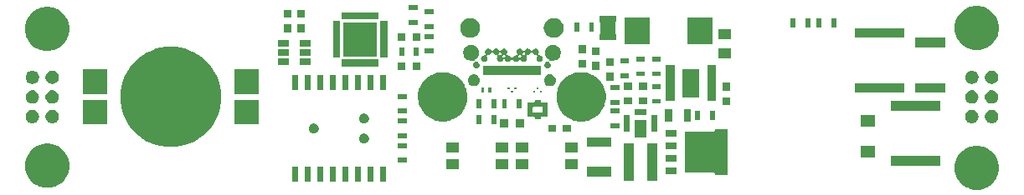
<source format=gbr>
G04 #@! TF.GenerationSoftware,KiCad,Pcbnew,(5.0.1)-rc2*
G04 #@! TF.CreationDate,2019-02-09T17:39:07-08:00*
G04 #@! TF.ProjectId,nixie_bottom_board,6E697869655F626F74746F6D5F626F61,rev?*
G04 #@! TF.SameCoordinates,Original*
G04 #@! TF.FileFunction,Soldermask,Top*
G04 #@! TF.FilePolarity,Negative*
%FSLAX46Y46*%
G04 Gerber Fmt 4.6, Leading zero omitted, Abs format (unit mm)*
G04 Created by KiCad (PCBNEW (5.0.1)-rc2) date 2/9/2019 5:39:07 PM*
%MOMM*%
%LPD*%
G01*
G04 APERTURE LIST*
%ADD10C,0.100000*%
G04 APERTURE END LIST*
D10*
G36*
X197656301Y-105036466D02*
X197726086Y-105065372D01*
X198065774Y-105206075D01*
X198134971Y-105252311D01*
X198434292Y-105452311D01*
X198747689Y-105765708D01*
X198804011Y-105850000D01*
X198993925Y-106134226D01*
X199021169Y-106200000D01*
X199163534Y-106543699D01*
X199183788Y-106645525D01*
X199231090Y-106883324D01*
X199250000Y-106978394D01*
X199250000Y-107421606D01*
X199163534Y-107856301D01*
X199111280Y-107982452D01*
X198993925Y-108265774D01*
X198911846Y-108388614D01*
X198747689Y-108634292D01*
X198434292Y-108947689D01*
X198348542Y-109004985D01*
X198065774Y-109193925D01*
X197930396Y-109250000D01*
X197656301Y-109363534D01*
X197221607Y-109450000D01*
X196778393Y-109450000D01*
X196343699Y-109363534D01*
X196069604Y-109250000D01*
X195934226Y-109193925D01*
X195651458Y-109004985D01*
X195565708Y-108947689D01*
X195252311Y-108634292D01*
X195088154Y-108388614D01*
X195006075Y-108265774D01*
X194888720Y-107982452D01*
X194836466Y-107856301D01*
X194750000Y-107421606D01*
X194750000Y-106978394D01*
X194768911Y-106883324D01*
X194816212Y-106645525D01*
X194836466Y-106543699D01*
X194978831Y-106200000D01*
X195006075Y-106134226D01*
X195195989Y-105850000D01*
X195252311Y-105765708D01*
X195565708Y-105452311D01*
X195865029Y-105252311D01*
X195934226Y-105206075D01*
X196273914Y-105065372D01*
X196343699Y-105036466D01*
X196778393Y-104950000D01*
X197221607Y-104950000D01*
X197656301Y-105036466D01*
X197656301Y-105036466D01*
G37*
G36*
X103438953Y-104793233D02*
X103656301Y-104836466D01*
X103726086Y-104865372D01*
X104065774Y-105006075D01*
X104065775Y-105006076D01*
X104434292Y-105252311D01*
X104747689Y-105565708D01*
X104840751Y-105704985D01*
X104993925Y-105934226D01*
X105001301Y-105952034D01*
X105163534Y-106343699D01*
X105164787Y-106350000D01*
X105250000Y-106778393D01*
X105250000Y-107221607D01*
X105224461Y-107350000D01*
X105177791Y-107584628D01*
X105163534Y-107656300D01*
X104993925Y-108065774D01*
X104993924Y-108065775D01*
X104747689Y-108434292D01*
X104434292Y-108747689D01*
X104256215Y-108866676D01*
X104065774Y-108993925D01*
X103825910Y-109093280D01*
X103656301Y-109163534D01*
X103447912Y-109204985D01*
X103221607Y-109250000D01*
X102778393Y-109250000D01*
X102552088Y-109204985D01*
X102343699Y-109163534D01*
X102174090Y-109093280D01*
X101934226Y-108993925D01*
X101743785Y-108866676D01*
X101565708Y-108747689D01*
X101252311Y-108434292D01*
X101006076Y-108065775D01*
X101006075Y-108065774D01*
X100836466Y-107656300D01*
X100822210Y-107584628D01*
X100775539Y-107350000D01*
X100750000Y-107221607D01*
X100750000Y-106778393D01*
X100835213Y-106350000D01*
X100836466Y-106343699D01*
X100998699Y-105952034D01*
X101006075Y-105934226D01*
X101159249Y-105704985D01*
X101252311Y-105565708D01*
X101565708Y-105252311D01*
X101934225Y-105006076D01*
X101934226Y-105006075D01*
X102273914Y-104865372D01*
X102343699Y-104836466D01*
X102561047Y-104793233D01*
X102778393Y-104750000D01*
X103221607Y-104750000D01*
X103438953Y-104793233D01*
X103438953Y-104793233D01*
G37*
G36*
X128355000Y-108600000D02*
X127755000Y-108600000D01*
X127755000Y-107100000D01*
X128355000Y-107100000D01*
X128355000Y-108600000D01*
X128355000Y-108600000D01*
G37*
G36*
X133435000Y-108600000D02*
X132835000Y-108600000D01*
X132835000Y-107100000D01*
X133435000Y-107100000D01*
X133435000Y-108600000D01*
X133435000Y-108600000D01*
G37*
G36*
X137245000Y-108600000D02*
X136645000Y-108600000D01*
X136645000Y-107100000D01*
X137245000Y-107100000D01*
X137245000Y-108600000D01*
X137245000Y-108600000D01*
G37*
G36*
X135975000Y-108600000D02*
X135375000Y-108600000D01*
X135375000Y-107100000D01*
X135975000Y-107100000D01*
X135975000Y-108600000D01*
X135975000Y-108600000D01*
G37*
G36*
X134705000Y-108600000D02*
X134105000Y-108600000D01*
X134105000Y-107100000D01*
X134705000Y-107100000D01*
X134705000Y-108600000D01*
X134705000Y-108600000D01*
G37*
G36*
X130895000Y-108600000D02*
X130295000Y-108600000D01*
X130295000Y-107100000D01*
X130895000Y-107100000D01*
X130895000Y-108600000D01*
X130895000Y-108600000D01*
G37*
G36*
X129625000Y-108600000D02*
X129025000Y-108600000D01*
X129025000Y-107100000D01*
X129625000Y-107100000D01*
X129625000Y-108600000D01*
X129625000Y-108600000D01*
G37*
G36*
X132165000Y-108600000D02*
X131565000Y-108600000D01*
X131565000Y-107100000D01*
X132165000Y-107100000D01*
X132165000Y-108600000D01*
X132165000Y-108600000D01*
G37*
G36*
X164700000Y-108500000D02*
X163700000Y-108500000D01*
X163700000Y-104700000D01*
X164700000Y-104700000D01*
X164700000Y-108500000D01*
X164700000Y-108500000D01*
G37*
G36*
X162300000Y-108500000D02*
X161300000Y-108500000D01*
X161300000Y-104700000D01*
X162300000Y-104700000D01*
X162300000Y-108500000D01*
X162300000Y-108500000D01*
G37*
G36*
X160050000Y-108100000D02*
X157550000Y-108100000D01*
X157550000Y-107100000D01*
X160050000Y-107100000D01*
X160050000Y-108100000D01*
X160050000Y-108100000D01*
G37*
G36*
X171850000Y-107950000D02*
X170550000Y-107950000D01*
X170550000Y-107825000D01*
X170547598Y-107800614D01*
X170540485Y-107777165D01*
X170528934Y-107755554D01*
X170513388Y-107736612D01*
X170494446Y-107721066D01*
X170472835Y-107709515D01*
X170449386Y-107702402D01*
X170425000Y-107700000D01*
X167485000Y-107700000D01*
X167485000Y-103500000D01*
X170425000Y-103500000D01*
X170449386Y-103497598D01*
X170472835Y-103490485D01*
X170494446Y-103478934D01*
X170513388Y-103463388D01*
X170528934Y-103444446D01*
X170540485Y-103422835D01*
X170547598Y-103399386D01*
X170550000Y-103375000D01*
X170550000Y-103250000D01*
X171850000Y-103250000D01*
X171850000Y-107950000D01*
X171850000Y-107950000D01*
G37*
G36*
X166675000Y-107860000D02*
X165525000Y-107860000D01*
X165525000Y-107160000D01*
X166675000Y-107160000D01*
X166675000Y-107860000D01*
X166675000Y-107860000D01*
G37*
G36*
X149650000Y-107350000D02*
X148350000Y-107350000D01*
X148350000Y-106350000D01*
X149650000Y-106350000D01*
X149650000Y-107350000D01*
X149650000Y-107350000D01*
G37*
G36*
X144650000Y-107350000D02*
X143350000Y-107350000D01*
X143350000Y-106350000D01*
X144650000Y-106350000D01*
X144650000Y-107350000D01*
X144650000Y-107350000D01*
G37*
G36*
X156650000Y-107350000D02*
X155350000Y-107350000D01*
X155350000Y-106350000D01*
X156650000Y-106350000D01*
X156650000Y-107350000D01*
X156650000Y-107350000D01*
G37*
G36*
X151650000Y-107350000D02*
X150350000Y-107350000D01*
X150350000Y-106350000D01*
X151650000Y-106350000D01*
X151650000Y-107350000D01*
X151650000Y-107350000D01*
G37*
G36*
X193300000Y-107000000D02*
X188300000Y-107000000D01*
X188300000Y-106000000D01*
X193300000Y-106000000D01*
X193300000Y-107000000D01*
X193300000Y-107000000D01*
G37*
G36*
X139350000Y-106700000D02*
X138450000Y-106700000D01*
X138450000Y-106200000D01*
X139350000Y-106200000D01*
X139350000Y-106700000D01*
X139350000Y-106700000D01*
G37*
G36*
X166675000Y-106590000D02*
X165525000Y-106590000D01*
X165525000Y-105890000D01*
X166675000Y-105890000D01*
X166675000Y-106590000D01*
X166675000Y-106590000D01*
G37*
G36*
X186700000Y-106150000D02*
X185300000Y-106150000D01*
X185300000Y-104950000D01*
X186700000Y-104950000D01*
X186700000Y-106150000D01*
X186700000Y-106150000D01*
G37*
G36*
X149650000Y-105650000D02*
X148350000Y-105650000D01*
X148350000Y-104650000D01*
X149650000Y-104650000D01*
X149650000Y-105650000D01*
X149650000Y-105650000D01*
G37*
G36*
X156650000Y-105650000D02*
X155350000Y-105650000D01*
X155350000Y-104650000D01*
X156650000Y-104650000D01*
X156650000Y-105650000D01*
X156650000Y-105650000D01*
G37*
G36*
X144650000Y-105640000D02*
X143350000Y-105640000D01*
X143350000Y-104640000D01*
X144650000Y-104640000D01*
X144650000Y-105640000D01*
X144650000Y-105640000D01*
G37*
G36*
X151650000Y-105640000D02*
X150350000Y-105640000D01*
X150350000Y-104640000D01*
X151650000Y-104640000D01*
X151650000Y-105640000D01*
X151650000Y-105640000D01*
G37*
G36*
X166675000Y-105310000D02*
X165525000Y-105310000D01*
X165525000Y-104610000D01*
X166675000Y-104610000D01*
X166675000Y-105310000D01*
X166675000Y-105310000D01*
G37*
G36*
X139350000Y-105200000D02*
X138450000Y-105200000D01*
X138450000Y-104700000D01*
X139350000Y-104700000D01*
X139350000Y-105200000D01*
X139350000Y-105200000D01*
G37*
G36*
X160050000Y-105100000D02*
X157550000Y-105100000D01*
X157550000Y-104100000D01*
X160050000Y-104100000D01*
X160050000Y-105100000D01*
X160050000Y-105100000D01*
G37*
G36*
X116987614Y-95095989D02*
X117451577Y-95288169D01*
X117915756Y-95480438D01*
X118520307Y-95884386D01*
X118751064Y-96038573D01*
X119461427Y-96748936D01*
X119461429Y-96748939D01*
X120019562Y-97584244D01*
X120150352Y-97900000D01*
X120404011Y-98512386D01*
X120600000Y-99497692D01*
X120600000Y-100502308D01*
X120404011Y-101487614D01*
X120215850Y-101941874D01*
X120019562Y-102415756D01*
X119788829Y-102761072D01*
X119461427Y-103251064D01*
X118751064Y-103961427D01*
X118751061Y-103961429D01*
X117915756Y-104519562D01*
X117600850Y-104650000D01*
X116987614Y-104904011D01*
X116002308Y-105100000D01*
X114997692Y-105100000D01*
X114012386Y-104904011D01*
X113399150Y-104650000D01*
X113084244Y-104519562D01*
X112248939Y-103961429D01*
X112248936Y-103961427D01*
X111538573Y-103251064D01*
X111211171Y-102761072D01*
X110980438Y-102415756D01*
X110784150Y-101941874D01*
X110595989Y-101487614D01*
X110400000Y-100502308D01*
X110400000Y-99497692D01*
X110595989Y-98512386D01*
X110849648Y-97900000D01*
X110980438Y-97584244D01*
X111538571Y-96748939D01*
X111538573Y-96748936D01*
X112248936Y-96038573D01*
X112479693Y-95884386D01*
X113084244Y-95480438D01*
X113548423Y-95288169D01*
X114012386Y-95095989D01*
X114997692Y-94900000D01*
X116002308Y-94900000D01*
X116987614Y-95095989D01*
X116987614Y-95095989D01*
G37*
G36*
X135112706Y-103725459D02*
X135184474Y-103739734D01*
X135274613Y-103777070D01*
X135355736Y-103831275D01*
X135424725Y-103900264D01*
X135478930Y-103981387D01*
X135516266Y-104071526D01*
X135535300Y-104167217D01*
X135535300Y-104264783D01*
X135516266Y-104360474D01*
X135478930Y-104450613D01*
X135424725Y-104531736D01*
X135355736Y-104600725D01*
X135274613Y-104654930D01*
X135184474Y-104692266D01*
X135112706Y-104706541D01*
X135088784Y-104711300D01*
X134991216Y-104711300D01*
X134967294Y-104706541D01*
X134895526Y-104692266D01*
X134805387Y-104654930D01*
X134724264Y-104600725D01*
X134655275Y-104531736D01*
X134601070Y-104450613D01*
X134563734Y-104360474D01*
X134544700Y-104264783D01*
X134544700Y-104167217D01*
X134563734Y-104071526D01*
X134601070Y-103981387D01*
X134655275Y-103900264D01*
X134724264Y-103831275D01*
X134805387Y-103777070D01*
X134895526Y-103739734D01*
X134967294Y-103725459D01*
X134991216Y-103720700D01*
X135088784Y-103720700D01*
X135112706Y-103725459D01*
X135112706Y-103725459D01*
G37*
G36*
X139350000Y-104200000D02*
X138450000Y-104200000D01*
X138450000Y-103700000D01*
X139350000Y-103700000D01*
X139350000Y-104200000D01*
X139350000Y-104200000D01*
G37*
G36*
X163625000Y-104150000D02*
X162375000Y-104150000D01*
X162375000Y-102350000D01*
X163625000Y-102350000D01*
X163625000Y-104150000D01*
X163625000Y-104150000D01*
G37*
G36*
X166675000Y-104040000D02*
X165525000Y-104040000D01*
X165525000Y-103340000D01*
X166675000Y-103340000D01*
X166675000Y-104040000D01*
X166675000Y-104040000D01*
G37*
G36*
X130032706Y-102709458D02*
X130104474Y-102723734D01*
X130194613Y-102761070D01*
X130275736Y-102815275D01*
X130344725Y-102884264D01*
X130398930Y-102965387D01*
X130436266Y-103055526D01*
X130455300Y-103151217D01*
X130455300Y-103248783D01*
X130436266Y-103344474D01*
X130398930Y-103434613D01*
X130344725Y-103515736D01*
X130275736Y-103584725D01*
X130194613Y-103638930D01*
X130104474Y-103676266D01*
X130032706Y-103690542D01*
X130008784Y-103695300D01*
X129911216Y-103695300D01*
X129887294Y-103690541D01*
X129815526Y-103676266D01*
X129725387Y-103638930D01*
X129644264Y-103584725D01*
X129575275Y-103515736D01*
X129521070Y-103434613D01*
X129483734Y-103344474D01*
X129464700Y-103248783D01*
X129464700Y-103151217D01*
X129483734Y-103055526D01*
X129521070Y-102965387D01*
X129575275Y-102884264D01*
X129644264Y-102815275D01*
X129725387Y-102761070D01*
X129815526Y-102723734D01*
X129887294Y-102709459D01*
X129911216Y-102704700D01*
X130008784Y-102704700D01*
X130032706Y-102709458D01*
X130032706Y-102709458D01*
G37*
G36*
X161900000Y-103575000D02*
X161300000Y-103575000D01*
X161300000Y-101825000D01*
X161900000Y-101825000D01*
X161900000Y-103575000D01*
X161900000Y-103575000D01*
G37*
G36*
X154450000Y-103575000D02*
X153650000Y-103575000D01*
X153650000Y-102825000D01*
X154450000Y-102825000D01*
X154450000Y-103575000D01*
X154450000Y-103575000D01*
G37*
G36*
X155950000Y-103575000D02*
X155150000Y-103575000D01*
X155150000Y-102825000D01*
X155950000Y-102825000D01*
X155950000Y-103575000D01*
X155950000Y-103575000D01*
G37*
G36*
X164700000Y-103575000D02*
X164100000Y-103575000D01*
X164100000Y-101825000D01*
X164700000Y-101825000D01*
X164700000Y-103575000D01*
X164700000Y-103575000D01*
G37*
G36*
X160850000Y-103200000D02*
X159950000Y-103200000D01*
X159950000Y-102700000D01*
X160850000Y-102700000D01*
X160850000Y-103200000D01*
X160850000Y-103200000D01*
G37*
G36*
X151200000Y-103100000D02*
X150400000Y-103100000D01*
X150400000Y-102300000D01*
X151200000Y-102300000D01*
X151200000Y-103100000D01*
X151200000Y-103100000D01*
G37*
G36*
X149600000Y-103100000D02*
X148800000Y-103100000D01*
X148800000Y-102300000D01*
X149600000Y-102300000D01*
X149600000Y-103100000D01*
X149600000Y-103100000D01*
G37*
G36*
X186700000Y-103050000D02*
X185300000Y-103050000D01*
X185300000Y-101850000D01*
X186700000Y-101850000D01*
X186700000Y-103050000D01*
X186700000Y-103050000D01*
G37*
G36*
X109100000Y-102800000D02*
X106600000Y-102800000D01*
X106600000Y-100300000D01*
X109100000Y-100300000D01*
X109100000Y-102800000D01*
X109100000Y-102800000D01*
G37*
G36*
X124400000Y-102800000D02*
X121900000Y-102800000D01*
X121900000Y-100300000D01*
X124400000Y-100300000D01*
X124400000Y-102800000D01*
X124400000Y-102800000D01*
G37*
G36*
X146900000Y-102750000D02*
X146400000Y-102750000D01*
X146400000Y-101850000D01*
X146900000Y-101850000D01*
X146900000Y-102750000D01*
X146900000Y-102750000D01*
G37*
G36*
X148400000Y-102750000D02*
X147900000Y-102750000D01*
X147900000Y-101850000D01*
X148400000Y-101850000D01*
X148400000Y-102750000D01*
X148400000Y-102750000D01*
G37*
G36*
X139350000Y-102700000D02*
X138450000Y-102700000D01*
X138450000Y-102200000D01*
X139350000Y-102200000D01*
X139350000Y-102700000D01*
X139350000Y-102700000D01*
G37*
G36*
X135112706Y-101693458D02*
X135184474Y-101707734D01*
X135274613Y-101745070D01*
X135355736Y-101799275D01*
X135424725Y-101868264D01*
X135478930Y-101949387D01*
X135516266Y-102039526D01*
X135523322Y-102075000D01*
X135534725Y-102132323D01*
X135535300Y-102135217D01*
X135535300Y-102232783D01*
X135516266Y-102328474D01*
X135478930Y-102418613D01*
X135424725Y-102499736D01*
X135355736Y-102568725D01*
X135274613Y-102622930D01*
X135184474Y-102660266D01*
X135112706Y-102674542D01*
X135088784Y-102679300D01*
X134991216Y-102679300D01*
X134967294Y-102674542D01*
X134895526Y-102660266D01*
X134805387Y-102622930D01*
X134724264Y-102568725D01*
X134655275Y-102499736D01*
X134601070Y-102418613D01*
X134563734Y-102328474D01*
X134544700Y-102232783D01*
X134544700Y-102135217D01*
X134545276Y-102132323D01*
X134556678Y-102075000D01*
X134563734Y-102039526D01*
X134601070Y-101949387D01*
X134655275Y-101868264D01*
X134724264Y-101799275D01*
X134805387Y-101745070D01*
X134895526Y-101707734D01*
X134967294Y-101693459D01*
X134991216Y-101688700D01*
X135088784Y-101688700D01*
X135112706Y-101693458D01*
X135112706Y-101693458D01*
G37*
G36*
X196632323Y-101334767D02*
X196759561Y-101373364D01*
X196876824Y-101436042D01*
X196979606Y-101520394D01*
X197063958Y-101623176D01*
X197126636Y-101740439D01*
X197165233Y-101867677D01*
X197178266Y-102000000D01*
X197165233Y-102132323D01*
X197126636Y-102259561D01*
X197063958Y-102376824D01*
X196979606Y-102479606D01*
X196876824Y-102563958D01*
X196759561Y-102626636D01*
X196632323Y-102665233D01*
X196533159Y-102675000D01*
X196466841Y-102675000D01*
X196367677Y-102665233D01*
X196240439Y-102626636D01*
X196123176Y-102563958D01*
X196020394Y-102479606D01*
X195936042Y-102376824D01*
X195873364Y-102259561D01*
X195834767Y-102132323D01*
X195821734Y-102000000D01*
X195834767Y-101867677D01*
X195873364Y-101740439D01*
X195936042Y-101623176D01*
X196020394Y-101520394D01*
X196123176Y-101436042D01*
X196240439Y-101373364D01*
X196367677Y-101334767D01*
X196466841Y-101325000D01*
X196533159Y-101325000D01*
X196632323Y-101334767D01*
X196632323Y-101334767D01*
G37*
G36*
X101632323Y-101334767D02*
X101759561Y-101373364D01*
X101876824Y-101436042D01*
X101979606Y-101520394D01*
X102063958Y-101623176D01*
X102126636Y-101740439D01*
X102165233Y-101867677D01*
X102178266Y-102000000D01*
X102165233Y-102132323D01*
X102126636Y-102259561D01*
X102063958Y-102376824D01*
X101979606Y-102479606D01*
X101876824Y-102563958D01*
X101759561Y-102626636D01*
X101632323Y-102665233D01*
X101533159Y-102675000D01*
X101466841Y-102675000D01*
X101367677Y-102665233D01*
X101240439Y-102626636D01*
X101123176Y-102563958D01*
X101020394Y-102479606D01*
X100936042Y-102376824D01*
X100873364Y-102259561D01*
X100834767Y-102132323D01*
X100821734Y-102000000D01*
X100834767Y-101867677D01*
X100873364Y-101740439D01*
X100936042Y-101623176D01*
X101020394Y-101520394D01*
X101123176Y-101436042D01*
X101240439Y-101373364D01*
X101367677Y-101334767D01*
X101466841Y-101325000D01*
X101533159Y-101325000D01*
X101632323Y-101334767D01*
X101632323Y-101334767D01*
G37*
G36*
X198632323Y-101334767D02*
X198759561Y-101373364D01*
X198876824Y-101436042D01*
X198979606Y-101520394D01*
X199063958Y-101623176D01*
X199126636Y-101740439D01*
X199165233Y-101867677D01*
X199178266Y-102000000D01*
X199165233Y-102132323D01*
X199126636Y-102259561D01*
X199063958Y-102376824D01*
X198979606Y-102479606D01*
X198876824Y-102563958D01*
X198759561Y-102626636D01*
X198632323Y-102665233D01*
X198533159Y-102675000D01*
X198466841Y-102675000D01*
X198367677Y-102665233D01*
X198240439Y-102626636D01*
X198123176Y-102563958D01*
X198020394Y-102479606D01*
X197936042Y-102376824D01*
X197873364Y-102259561D01*
X197834767Y-102132323D01*
X197821734Y-102000000D01*
X197834767Y-101867677D01*
X197873364Y-101740439D01*
X197936042Y-101623176D01*
X198020394Y-101520394D01*
X198123176Y-101436042D01*
X198240439Y-101373364D01*
X198367677Y-101334767D01*
X198466841Y-101325000D01*
X198533159Y-101325000D01*
X198632323Y-101334767D01*
X198632323Y-101334767D01*
G37*
G36*
X103632323Y-101334767D02*
X103759561Y-101373364D01*
X103876824Y-101436042D01*
X103979606Y-101520394D01*
X104063958Y-101623176D01*
X104126636Y-101740439D01*
X104165233Y-101867677D01*
X104178266Y-102000000D01*
X104165233Y-102132323D01*
X104126636Y-102259561D01*
X104063958Y-102376824D01*
X103979606Y-102479606D01*
X103876824Y-102563958D01*
X103759561Y-102626636D01*
X103632323Y-102665233D01*
X103533159Y-102675000D01*
X103466841Y-102675000D01*
X103367677Y-102665233D01*
X103240439Y-102626636D01*
X103123176Y-102563958D01*
X103020394Y-102479606D01*
X102936042Y-102376824D01*
X102873364Y-102259561D01*
X102834767Y-102132323D01*
X102821734Y-102000000D01*
X102834767Y-101867677D01*
X102873364Y-101740439D01*
X102936042Y-101623176D01*
X103020394Y-101520394D01*
X103123176Y-101436042D01*
X103240439Y-101373364D01*
X103367677Y-101334767D01*
X103466841Y-101325000D01*
X103533159Y-101325000D01*
X103632323Y-101334767D01*
X103632323Y-101334767D01*
G37*
G36*
X168100000Y-102550000D02*
X167400000Y-102550000D01*
X167400000Y-101250000D01*
X168100000Y-101250000D01*
X168100000Y-102550000D01*
X168100000Y-102550000D01*
G37*
G36*
X166200000Y-102550000D02*
X165500000Y-102550000D01*
X165500000Y-101250000D01*
X166200000Y-101250000D01*
X166200000Y-102550000D01*
X166200000Y-102550000D01*
G37*
G36*
X157568225Y-97564049D02*
X157729223Y-97596074D01*
X157917677Y-97674134D01*
X158184193Y-97784528D01*
X158593660Y-98058126D01*
X158941874Y-98406340D01*
X159215472Y-98815807D01*
X159262424Y-98929160D01*
X159395066Y-99249386D01*
X159403926Y-99270778D01*
X159500000Y-99753770D01*
X159500000Y-100246230D01*
X159469413Y-100400000D01*
X159403926Y-100729223D01*
X159325866Y-100917677D01*
X159215472Y-101184193D01*
X158941874Y-101593660D01*
X158593660Y-101941874D01*
X158184193Y-102215472D01*
X157980123Y-102300000D01*
X157729223Y-102403926D01*
X157568225Y-102435951D01*
X157246230Y-102500000D01*
X156753770Y-102500000D01*
X156431775Y-102435951D01*
X156270777Y-102403926D01*
X156019877Y-102300000D01*
X155815807Y-102215472D01*
X155406340Y-101941874D01*
X155058126Y-101593660D01*
X154784528Y-101184193D01*
X154674134Y-100917677D01*
X154596074Y-100729223D01*
X154530587Y-100400000D01*
X154500000Y-100246230D01*
X154500000Y-99753770D01*
X154596074Y-99270778D01*
X154604935Y-99249386D01*
X154737576Y-98929160D01*
X154784528Y-98815807D01*
X155058126Y-98406340D01*
X155406340Y-98058126D01*
X155815807Y-97784528D01*
X156082323Y-97674134D01*
X156270777Y-97596074D01*
X156431775Y-97564049D01*
X156753770Y-97500000D01*
X157246230Y-97500000D01*
X157568225Y-97564049D01*
X157568225Y-97564049D01*
G37*
G36*
X143568225Y-97564049D02*
X143729223Y-97596074D01*
X143917677Y-97674134D01*
X144184193Y-97784528D01*
X144593660Y-98058126D01*
X144941874Y-98406340D01*
X145215472Y-98815807D01*
X145262424Y-98929160D01*
X145395066Y-99249386D01*
X145403926Y-99270778D01*
X145500000Y-99753770D01*
X145500000Y-100246230D01*
X145469413Y-100400000D01*
X145403926Y-100729223D01*
X145325866Y-100917677D01*
X145215472Y-101184193D01*
X144941874Y-101593660D01*
X144593660Y-101941874D01*
X144184193Y-102215472D01*
X143980123Y-102300000D01*
X143729223Y-102403926D01*
X143568225Y-102435951D01*
X143246230Y-102500000D01*
X142753770Y-102500000D01*
X142431775Y-102435951D01*
X142270777Y-102403926D01*
X142019877Y-102300000D01*
X141815807Y-102215472D01*
X141406340Y-101941874D01*
X141058126Y-101593660D01*
X140784528Y-101184193D01*
X140674134Y-100917677D01*
X140596074Y-100729223D01*
X140530587Y-100400000D01*
X140500000Y-100246230D01*
X140500000Y-99753770D01*
X140596074Y-99270778D01*
X140604935Y-99249386D01*
X140737576Y-98929160D01*
X140784528Y-98815807D01*
X141058126Y-98406340D01*
X141406340Y-98058126D01*
X141815807Y-97784528D01*
X142082323Y-97674134D01*
X142270777Y-97596074D01*
X142431775Y-97564049D01*
X142753770Y-97500000D01*
X143246230Y-97500000D01*
X143568225Y-97564049D01*
X143568225Y-97564049D01*
G37*
G36*
X169000000Y-102350000D02*
X168500000Y-102350000D01*
X168500000Y-101450000D01*
X169000000Y-101450000D01*
X169000000Y-102350000D01*
X169000000Y-102350000D01*
G37*
G36*
X170500000Y-102350000D02*
X170000000Y-102350000D01*
X170000000Y-101450000D01*
X170500000Y-101450000D01*
X170500000Y-102350000D01*
X170500000Y-102350000D01*
G37*
G36*
X152900000Y-100475000D02*
X152902402Y-100499386D01*
X152909515Y-100522835D01*
X152921066Y-100544446D01*
X152936612Y-100563388D01*
X152955554Y-100578934D01*
X152977165Y-100590485D01*
X153000614Y-100597598D01*
X153025000Y-100600000D01*
X153600000Y-100600000D01*
X153600000Y-102000000D01*
X153025000Y-102000000D01*
X153000614Y-102002402D01*
X152977165Y-102009515D01*
X152955554Y-102021066D01*
X152936612Y-102036612D01*
X152921066Y-102055554D01*
X152909515Y-102077165D01*
X152902402Y-102100614D01*
X152900000Y-102125000D01*
X152900000Y-102300000D01*
X152300000Y-102300000D01*
X152300000Y-102125000D01*
X152297598Y-102100614D01*
X152290485Y-102077165D01*
X152278934Y-102055554D01*
X152263388Y-102036612D01*
X152244446Y-102021066D01*
X152222835Y-102009515D01*
X152199386Y-102002402D01*
X152175000Y-102000000D01*
X151600000Y-102000000D01*
X151600000Y-101125000D01*
X152100000Y-101125000D01*
X152100000Y-101475000D01*
X152102402Y-101499386D01*
X152109515Y-101522835D01*
X152121066Y-101544446D01*
X152136612Y-101563388D01*
X152155554Y-101578934D01*
X152177165Y-101590485D01*
X152200614Y-101597598D01*
X152225000Y-101600000D01*
X152975000Y-101600000D01*
X152999386Y-101597598D01*
X153022835Y-101590485D01*
X153044446Y-101578934D01*
X153063388Y-101563388D01*
X153078934Y-101544446D01*
X153090485Y-101522835D01*
X153097598Y-101499386D01*
X153100000Y-101475000D01*
X153100000Y-101125000D01*
X153097598Y-101100614D01*
X153090485Y-101077165D01*
X153078934Y-101055554D01*
X153063388Y-101036612D01*
X153044446Y-101021066D01*
X153022835Y-101009515D01*
X152999386Y-101002402D01*
X152975000Y-101000000D01*
X152225000Y-101000000D01*
X152200614Y-101002402D01*
X152177165Y-101009515D01*
X152155554Y-101021066D01*
X152136612Y-101036612D01*
X152121066Y-101055554D01*
X152109515Y-101077165D01*
X152102402Y-101100614D01*
X152100000Y-101125000D01*
X151600000Y-101125000D01*
X151600000Y-100600000D01*
X152175000Y-100600000D01*
X152199386Y-100597598D01*
X152222835Y-100590485D01*
X152244446Y-100578934D01*
X152263388Y-100563388D01*
X152278934Y-100544446D01*
X152290485Y-100522835D01*
X152297598Y-100499386D01*
X152300000Y-100475000D01*
X152300000Y-100300000D01*
X152900000Y-100300000D01*
X152900000Y-100475000D01*
X152900000Y-100475000D01*
G37*
G36*
X163625000Y-101850000D02*
X162375000Y-101850000D01*
X162375000Y-101250000D01*
X163625000Y-101250000D01*
X163625000Y-101850000D01*
X163625000Y-101850000D01*
G37*
G36*
X139350000Y-101700000D02*
X138450000Y-101700000D01*
X138450000Y-101200000D01*
X139350000Y-101200000D01*
X139350000Y-101700000D01*
X139350000Y-101700000D01*
G37*
G36*
X160850000Y-101700000D02*
X159950000Y-101700000D01*
X159950000Y-101200000D01*
X160850000Y-101200000D01*
X160850000Y-101700000D01*
X160850000Y-101700000D01*
G37*
G36*
X193300000Y-101400000D02*
X188300000Y-101400000D01*
X188300000Y-100400000D01*
X193300000Y-100400000D01*
X193300000Y-101400000D01*
X193300000Y-101400000D01*
G37*
G36*
X146900000Y-101150000D02*
X146400000Y-101150000D01*
X146400000Y-100250000D01*
X146900000Y-100250000D01*
X146900000Y-101150000D01*
X146900000Y-101150000D01*
G37*
G36*
X151000000Y-101150000D02*
X150500000Y-101150000D01*
X150500000Y-100250000D01*
X151000000Y-100250000D01*
X151000000Y-101150000D01*
X151000000Y-101150000D01*
G37*
G36*
X148400000Y-101150000D02*
X147900000Y-101150000D01*
X147900000Y-100250000D01*
X148400000Y-100250000D01*
X148400000Y-101150000D01*
X148400000Y-101150000D01*
G37*
G36*
X149500000Y-101150000D02*
X149000000Y-101150000D01*
X149000000Y-100250000D01*
X149500000Y-100250000D01*
X149500000Y-101150000D01*
X149500000Y-101150000D01*
G37*
G36*
X172075000Y-100850000D02*
X171325000Y-100850000D01*
X171325000Y-100050000D01*
X172075000Y-100050000D01*
X172075000Y-100850000D01*
X172075000Y-100850000D01*
G37*
G36*
X160850000Y-100800000D02*
X159950000Y-100800000D01*
X159950000Y-100300000D01*
X160850000Y-100300000D01*
X160850000Y-100800000D01*
X160850000Y-100800000D01*
G37*
G36*
X162150000Y-100775000D02*
X161350000Y-100775000D01*
X161350000Y-100025000D01*
X162150000Y-100025000D01*
X162150000Y-100775000D01*
X162150000Y-100775000D01*
G37*
G36*
X163650000Y-100775000D02*
X162850000Y-100775000D01*
X162850000Y-100025000D01*
X163650000Y-100025000D01*
X163650000Y-100775000D01*
X163650000Y-100775000D01*
G37*
G36*
X165050000Y-100700000D02*
X164150000Y-100700000D01*
X164150000Y-100200000D01*
X165050000Y-100200000D01*
X165050000Y-100700000D01*
X165050000Y-100700000D01*
G37*
G36*
X196632323Y-99334767D02*
X196759561Y-99373364D01*
X196876824Y-99436042D01*
X196979606Y-99520394D01*
X197063958Y-99623176D01*
X197126636Y-99740439D01*
X197165233Y-99867677D01*
X197178266Y-100000000D01*
X197165233Y-100132323D01*
X197126636Y-100259561D01*
X197063958Y-100376824D01*
X196979606Y-100479606D01*
X196876824Y-100563958D01*
X196759561Y-100626636D01*
X196632323Y-100665233D01*
X196533159Y-100675000D01*
X196466841Y-100675000D01*
X196367677Y-100665233D01*
X196240439Y-100626636D01*
X196123176Y-100563958D01*
X196020394Y-100479606D01*
X195936042Y-100376824D01*
X195873364Y-100259561D01*
X195834767Y-100132323D01*
X195821734Y-100000000D01*
X195834767Y-99867677D01*
X195873364Y-99740439D01*
X195936042Y-99623176D01*
X196020394Y-99520394D01*
X196123176Y-99436042D01*
X196240439Y-99373364D01*
X196367677Y-99334767D01*
X196466841Y-99325000D01*
X196533159Y-99325000D01*
X196632323Y-99334767D01*
X196632323Y-99334767D01*
G37*
G36*
X103632323Y-99334767D02*
X103759561Y-99373364D01*
X103876824Y-99436042D01*
X103979606Y-99520394D01*
X104063958Y-99623176D01*
X104126636Y-99740439D01*
X104165233Y-99867677D01*
X104178266Y-100000000D01*
X104165233Y-100132323D01*
X104126636Y-100259561D01*
X104063958Y-100376824D01*
X103979606Y-100479606D01*
X103876824Y-100563958D01*
X103759561Y-100626636D01*
X103632323Y-100665233D01*
X103533159Y-100675000D01*
X103466841Y-100675000D01*
X103367677Y-100665233D01*
X103240439Y-100626636D01*
X103123176Y-100563958D01*
X103020394Y-100479606D01*
X102936042Y-100376824D01*
X102873364Y-100259561D01*
X102834767Y-100132323D01*
X102821734Y-100000000D01*
X102834767Y-99867677D01*
X102873364Y-99740439D01*
X102936042Y-99623176D01*
X103020394Y-99520394D01*
X103123176Y-99436042D01*
X103240439Y-99373364D01*
X103367677Y-99334767D01*
X103466841Y-99325000D01*
X103533159Y-99325000D01*
X103632323Y-99334767D01*
X103632323Y-99334767D01*
G37*
G36*
X101632323Y-99334767D02*
X101759561Y-99373364D01*
X101876824Y-99436042D01*
X101979606Y-99520394D01*
X102063958Y-99623176D01*
X102126636Y-99740439D01*
X102165233Y-99867677D01*
X102178266Y-100000000D01*
X102165233Y-100132323D01*
X102126636Y-100259561D01*
X102063958Y-100376824D01*
X101979606Y-100479606D01*
X101876824Y-100563958D01*
X101759561Y-100626636D01*
X101632323Y-100665233D01*
X101533159Y-100675000D01*
X101466841Y-100675000D01*
X101367677Y-100665233D01*
X101240439Y-100626636D01*
X101123176Y-100563958D01*
X101020394Y-100479606D01*
X100936042Y-100376824D01*
X100873364Y-100259561D01*
X100834767Y-100132323D01*
X100821734Y-100000000D01*
X100834767Y-99867677D01*
X100873364Y-99740439D01*
X100936042Y-99623176D01*
X101020394Y-99520394D01*
X101123176Y-99436042D01*
X101240439Y-99373364D01*
X101367677Y-99334767D01*
X101466841Y-99325000D01*
X101533159Y-99325000D01*
X101632323Y-99334767D01*
X101632323Y-99334767D01*
G37*
G36*
X198632323Y-99334767D02*
X198759561Y-99373364D01*
X198876824Y-99436042D01*
X198979606Y-99520394D01*
X199063958Y-99623176D01*
X199126636Y-99740439D01*
X199165233Y-99867677D01*
X199178266Y-100000000D01*
X199165233Y-100132323D01*
X199126636Y-100259561D01*
X199063958Y-100376824D01*
X198979606Y-100479606D01*
X198876824Y-100563958D01*
X198759561Y-100626636D01*
X198632323Y-100665233D01*
X198533159Y-100675000D01*
X198466841Y-100675000D01*
X198367677Y-100665233D01*
X198240439Y-100626636D01*
X198123176Y-100563958D01*
X198020394Y-100479606D01*
X197936042Y-100376824D01*
X197873364Y-100259561D01*
X197834767Y-100132323D01*
X197821734Y-100000000D01*
X197834767Y-99867677D01*
X197873364Y-99740439D01*
X197936042Y-99623176D01*
X198020394Y-99520394D01*
X198123176Y-99436042D01*
X198240439Y-99373364D01*
X198367677Y-99334767D01*
X198466841Y-99325000D01*
X198533159Y-99325000D01*
X198632323Y-99334767D01*
X198632323Y-99334767D01*
G37*
G36*
X166440000Y-100435000D02*
X165550000Y-100435000D01*
X165550000Y-96765000D01*
X166440000Y-96765000D01*
X166440000Y-100435000D01*
X166440000Y-100435000D01*
G37*
G36*
X170650000Y-100435000D02*
X169760000Y-100435000D01*
X169760000Y-96765000D01*
X170650000Y-96765000D01*
X170650000Y-100435000D01*
X170650000Y-100435000D01*
G37*
G36*
X139350000Y-100200000D02*
X138450000Y-100200000D01*
X138450000Y-99700000D01*
X139350000Y-99700000D01*
X139350000Y-100200000D01*
X139350000Y-100200000D01*
G37*
G36*
X168925000Y-100025000D02*
X167275000Y-100025000D01*
X167275000Y-97175000D01*
X168925000Y-97175000D01*
X168925000Y-100025000D01*
X168925000Y-100025000D01*
G37*
G36*
X109100000Y-99700000D02*
X106600000Y-99700000D01*
X106600000Y-97200000D01*
X109100000Y-97200000D01*
X109100000Y-99700000D01*
X109100000Y-99700000D01*
G37*
G36*
X124400000Y-99700000D02*
X121900000Y-99700000D01*
X121900000Y-97200000D01*
X124400000Y-97200000D01*
X124400000Y-99700000D01*
X124400000Y-99700000D01*
G37*
G36*
X193800000Y-99600000D02*
X190800000Y-99600000D01*
X190800000Y-98600000D01*
X193800000Y-98600000D01*
X193800000Y-99600000D01*
X193800000Y-99600000D01*
G37*
G36*
X189700000Y-99600000D02*
X184700000Y-99600000D01*
X184700000Y-98600000D01*
X189700000Y-98600000D01*
X189700000Y-99600000D01*
X189700000Y-99600000D01*
G37*
G36*
X147900000Y-99575000D02*
X147600000Y-99575000D01*
X147600000Y-99025000D01*
X147900000Y-99025000D01*
X147900000Y-99575000D01*
X147900000Y-99575000D01*
G37*
G36*
X147200000Y-99575000D02*
X146900000Y-99575000D01*
X146900000Y-99025000D01*
X147200000Y-99025000D01*
X147200000Y-99575000D01*
X147200000Y-99575000D01*
G37*
G36*
X153040000Y-99550000D02*
X152840000Y-99550000D01*
X152840000Y-99375000D01*
X152837598Y-99350614D01*
X152837412Y-99350000D01*
X153040000Y-99350000D01*
X153040000Y-99550000D01*
X153040000Y-99550000D01*
G37*
G36*
X152362402Y-99350614D02*
X152360000Y-99375000D01*
X152360000Y-99550000D01*
X152160000Y-99550000D01*
X152160000Y-99350000D01*
X152362588Y-99350000D01*
X152362402Y-99350614D01*
X152362402Y-99350614D01*
G37*
G36*
X150102402Y-99350614D02*
X150100000Y-99375000D01*
X150100000Y-99550000D01*
X149900000Y-99550000D01*
X149900000Y-99375000D01*
X149897598Y-99350614D01*
X149897412Y-99350000D01*
X150102588Y-99350000D01*
X150102402Y-99350614D01*
X150102402Y-99350614D01*
G37*
G36*
X172075000Y-99350000D02*
X171325000Y-99350000D01*
X171325000Y-98550000D01*
X172075000Y-98550000D01*
X172075000Y-99350000D01*
X172075000Y-99350000D01*
G37*
G36*
X128355000Y-99300000D02*
X127755000Y-99300000D01*
X127755000Y-97800000D01*
X128355000Y-97800000D01*
X128355000Y-99300000D01*
X128355000Y-99300000D01*
G37*
G36*
X135975000Y-99300000D02*
X135375000Y-99300000D01*
X135375000Y-97800000D01*
X135975000Y-97800000D01*
X135975000Y-99300000D01*
X135975000Y-99300000D01*
G37*
G36*
X137245000Y-99300000D02*
X136645000Y-99300000D01*
X136645000Y-97800000D01*
X137245000Y-97800000D01*
X137245000Y-99300000D01*
X137245000Y-99300000D01*
G37*
G36*
X129625000Y-99300000D02*
X129025000Y-99300000D01*
X129025000Y-97800000D01*
X129625000Y-97800000D01*
X129625000Y-99300000D01*
X129625000Y-99300000D01*
G37*
G36*
X130895000Y-99300000D02*
X130295000Y-99300000D01*
X130295000Y-97800000D01*
X130895000Y-97800000D01*
X130895000Y-99300000D01*
X130895000Y-99300000D01*
G37*
G36*
X134705000Y-99300000D02*
X134105000Y-99300000D01*
X134105000Y-97800000D01*
X134705000Y-97800000D01*
X134705000Y-99300000D01*
X134705000Y-99300000D01*
G37*
G36*
X160850000Y-99300000D02*
X159950000Y-99300000D01*
X159950000Y-98800000D01*
X160850000Y-98800000D01*
X160850000Y-99300000D01*
X160850000Y-99300000D01*
G37*
G36*
X133435000Y-99300000D02*
X132835000Y-99300000D01*
X132835000Y-97800000D01*
X133435000Y-97800000D01*
X133435000Y-99300000D01*
X133435000Y-99300000D01*
G37*
G36*
X132165000Y-99300000D02*
X131565000Y-99300000D01*
X131565000Y-97800000D01*
X132165000Y-97800000D01*
X132165000Y-99300000D01*
X132165000Y-99300000D01*
G37*
G36*
X162150000Y-99275000D02*
X161350000Y-99275000D01*
X161350000Y-98525000D01*
X162150000Y-98525000D01*
X162150000Y-99275000D01*
X162150000Y-99275000D01*
G37*
G36*
X163650000Y-99275000D02*
X162850000Y-99275000D01*
X162850000Y-98525000D01*
X163650000Y-98525000D01*
X163650000Y-99275000D01*
X163650000Y-99275000D01*
G37*
G36*
X152700000Y-99225000D02*
X152702402Y-99249386D01*
X152702588Y-99250000D01*
X152497412Y-99250000D01*
X152497598Y-99249386D01*
X152500000Y-99225000D01*
X152500000Y-99050000D01*
X152700000Y-99050000D01*
X152700000Y-99225000D01*
X152700000Y-99225000D01*
G37*
G36*
X150440000Y-99250000D02*
X150237412Y-99250000D01*
X150237598Y-99249386D01*
X150240000Y-99225000D01*
X150240000Y-99050000D01*
X150440000Y-99050000D01*
X150440000Y-99250000D01*
X150440000Y-99250000D01*
G37*
G36*
X149760000Y-99225000D02*
X149762402Y-99249386D01*
X149762588Y-99250000D01*
X149560000Y-99250000D01*
X149560000Y-99050000D01*
X149760000Y-99050000D01*
X149760000Y-99225000D01*
X149760000Y-99225000D01*
G37*
G36*
X165050000Y-99200000D02*
X164150000Y-99200000D01*
X164150000Y-98700000D01*
X165050000Y-98700000D01*
X165050000Y-99200000D01*
X165050000Y-99200000D01*
G37*
G36*
X154020012Y-97733057D02*
X154129207Y-97778287D01*
X154227481Y-97843952D01*
X154311048Y-97927519D01*
X154376713Y-98025793D01*
X154421943Y-98134988D01*
X154445000Y-98250904D01*
X154445000Y-98369096D01*
X154421943Y-98485012D01*
X154376713Y-98594207D01*
X154311048Y-98692481D01*
X154227481Y-98776048D01*
X154129207Y-98841713D01*
X154020012Y-98886943D01*
X153904096Y-98910000D01*
X153785904Y-98910000D01*
X153669988Y-98886943D01*
X153560793Y-98841713D01*
X153462519Y-98776048D01*
X153378952Y-98692481D01*
X153313287Y-98594207D01*
X153268057Y-98485012D01*
X153245000Y-98369096D01*
X153245000Y-98250904D01*
X153268057Y-98134988D01*
X153313287Y-98025793D01*
X153378952Y-97927519D01*
X153462519Y-97843952D01*
X153560793Y-97778287D01*
X153669988Y-97733057D01*
X153785904Y-97710000D01*
X153904096Y-97710000D01*
X154020012Y-97733057D01*
X154020012Y-97733057D01*
G37*
G36*
X146330012Y-97733057D02*
X146439207Y-97778287D01*
X146537481Y-97843952D01*
X146621048Y-97927519D01*
X146686713Y-98025793D01*
X146731943Y-98134988D01*
X146755000Y-98250904D01*
X146755000Y-98369096D01*
X146731943Y-98485012D01*
X146686713Y-98594207D01*
X146621048Y-98692481D01*
X146537481Y-98776048D01*
X146439207Y-98841713D01*
X146330012Y-98886943D01*
X146214096Y-98910000D01*
X146095904Y-98910000D01*
X145979988Y-98886943D01*
X145870793Y-98841713D01*
X145772519Y-98776048D01*
X145688952Y-98692481D01*
X145623287Y-98594207D01*
X145578057Y-98485012D01*
X145555000Y-98369096D01*
X145555000Y-98250904D01*
X145578057Y-98134988D01*
X145623287Y-98025793D01*
X145688952Y-97927519D01*
X145772519Y-97843952D01*
X145870793Y-97778287D01*
X145979988Y-97733057D01*
X146095904Y-97710000D01*
X146214096Y-97710000D01*
X146330012Y-97733057D01*
X146330012Y-97733057D01*
G37*
G36*
X198632323Y-97334767D02*
X198759561Y-97373364D01*
X198876824Y-97436042D01*
X198979606Y-97520394D01*
X199063958Y-97623176D01*
X199126636Y-97740439D01*
X199165233Y-97867677D01*
X199178266Y-98000000D01*
X199165233Y-98132323D01*
X199126636Y-98259561D01*
X199063958Y-98376824D01*
X198979606Y-98479606D01*
X198876824Y-98563958D01*
X198759561Y-98626636D01*
X198632323Y-98665233D01*
X198533159Y-98675000D01*
X198466841Y-98675000D01*
X198367677Y-98665233D01*
X198240439Y-98626636D01*
X198123176Y-98563958D01*
X198020394Y-98479606D01*
X197936042Y-98376824D01*
X197873364Y-98259561D01*
X197834767Y-98132323D01*
X197821734Y-98000000D01*
X197834767Y-97867677D01*
X197873364Y-97740439D01*
X197936042Y-97623176D01*
X198020394Y-97520394D01*
X198123176Y-97436042D01*
X198240439Y-97373364D01*
X198367677Y-97334767D01*
X198466841Y-97325000D01*
X198533159Y-97325000D01*
X198632323Y-97334767D01*
X198632323Y-97334767D01*
G37*
G36*
X196696888Y-97350939D02*
X196819733Y-97401823D01*
X196930290Y-97475695D01*
X197024305Y-97569710D01*
X197098177Y-97680267D01*
X197149061Y-97803112D01*
X197175000Y-97933517D01*
X197175000Y-98066483D01*
X197149061Y-98196888D01*
X197098177Y-98319733D01*
X197024305Y-98430290D01*
X196930290Y-98524305D01*
X196819733Y-98598177D01*
X196696888Y-98649061D01*
X196566483Y-98675000D01*
X196433517Y-98675000D01*
X196303112Y-98649061D01*
X196180267Y-98598177D01*
X196069710Y-98524305D01*
X195975695Y-98430290D01*
X195901823Y-98319733D01*
X195850939Y-98196888D01*
X195825000Y-98066483D01*
X195825000Y-97933517D01*
X195850939Y-97803112D01*
X195901823Y-97680267D01*
X195975695Y-97569710D01*
X196069710Y-97475695D01*
X196180267Y-97401823D01*
X196303112Y-97350939D01*
X196433517Y-97325000D01*
X196566483Y-97325000D01*
X196696888Y-97350939D01*
X196696888Y-97350939D01*
G37*
G36*
X101696888Y-97350939D02*
X101819733Y-97401823D01*
X101930290Y-97475695D01*
X102024305Y-97569710D01*
X102098177Y-97680267D01*
X102149061Y-97803112D01*
X102175000Y-97933517D01*
X102175000Y-98066483D01*
X102149061Y-98196888D01*
X102098177Y-98319733D01*
X102024305Y-98430290D01*
X101930290Y-98524305D01*
X101819733Y-98598177D01*
X101696888Y-98649061D01*
X101566483Y-98675000D01*
X101433517Y-98675000D01*
X101303112Y-98649061D01*
X101180267Y-98598177D01*
X101069710Y-98524305D01*
X100975695Y-98430290D01*
X100901823Y-98319733D01*
X100850939Y-98196888D01*
X100825000Y-98066483D01*
X100825000Y-97933517D01*
X100850939Y-97803112D01*
X100901823Y-97680267D01*
X100975695Y-97569710D01*
X101069710Y-97475695D01*
X101180267Y-97401823D01*
X101303112Y-97350939D01*
X101433517Y-97325000D01*
X101566483Y-97325000D01*
X101696888Y-97350939D01*
X101696888Y-97350939D01*
G37*
G36*
X103632323Y-97334767D02*
X103759561Y-97373364D01*
X103876824Y-97436042D01*
X103979606Y-97520394D01*
X104063958Y-97623176D01*
X104126636Y-97740439D01*
X104165233Y-97867677D01*
X104178266Y-98000000D01*
X104165233Y-98132323D01*
X104126636Y-98259561D01*
X104063958Y-98376824D01*
X103979606Y-98479606D01*
X103876824Y-98563958D01*
X103759561Y-98626636D01*
X103632323Y-98665233D01*
X103533159Y-98675000D01*
X103466841Y-98675000D01*
X103367677Y-98665233D01*
X103240439Y-98626636D01*
X103123176Y-98563958D01*
X103020394Y-98479606D01*
X102936042Y-98376824D01*
X102873364Y-98259561D01*
X102834767Y-98132323D01*
X102821734Y-98000000D01*
X102834767Y-97867677D01*
X102873364Y-97740439D01*
X102936042Y-97623176D01*
X103020394Y-97520394D01*
X103123176Y-97436042D01*
X103240439Y-97373364D01*
X103367677Y-97334767D01*
X103466841Y-97325000D01*
X103533159Y-97325000D01*
X103632323Y-97334767D01*
X103632323Y-97334767D01*
G37*
G36*
X160275000Y-98350000D02*
X159525000Y-98350000D01*
X159525000Y-97550000D01*
X160275000Y-97550000D01*
X160275000Y-98350000D01*
X160275000Y-98350000D01*
G37*
G36*
X161850000Y-98100000D02*
X160950000Y-98100000D01*
X160950000Y-97600000D01*
X161850000Y-97600000D01*
X161850000Y-98100000D01*
X161850000Y-98100000D01*
G37*
G36*
X165050000Y-97900000D02*
X164150000Y-97900000D01*
X164150000Y-97400000D01*
X165050000Y-97400000D01*
X165050000Y-97900000D01*
X165050000Y-97900000D01*
G37*
G36*
X163450000Y-97900000D02*
X162550000Y-97900000D01*
X162550000Y-97400000D01*
X163450000Y-97400000D01*
X163450000Y-97900000D01*
X163450000Y-97900000D01*
G37*
G36*
X152900000Y-97780000D02*
X147100000Y-97780000D01*
X147100000Y-96880000D01*
X152900000Y-96880000D01*
X152900000Y-97780000D01*
X152900000Y-97780000D01*
G37*
G36*
X140750000Y-97275000D02*
X139950000Y-97275000D01*
X139950000Y-96525000D01*
X140750000Y-96525000D01*
X140750000Y-97275000D01*
X140750000Y-97275000D01*
G37*
G36*
X139250000Y-97275000D02*
X138450000Y-97275000D01*
X138450000Y-96525000D01*
X139250000Y-96525000D01*
X139250000Y-97275000D01*
X139250000Y-97275000D01*
G37*
G36*
X158875000Y-97250000D02*
X158125000Y-97250000D01*
X158125000Y-96450000D01*
X158875000Y-96450000D01*
X158875000Y-97250000D01*
X158875000Y-97250000D01*
G37*
G36*
X153752105Y-96426726D02*
X153759218Y-96450175D01*
X153770769Y-96471786D01*
X153786315Y-96490728D01*
X153805251Y-96506270D01*
X153807176Y-96507556D01*
X153852444Y-96552824D01*
X153888012Y-96606055D01*
X153912511Y-96665201D01*
X153925000Y-96727990D01*
X153925000Y-96792010D01*
X153912511Y-96854799D01*
X153888012Y-96913945D01*
X153852444Y-96967176D01*
X153807176Y-97012444D01*
X153753945Y-97048012D01*
X153753942Y-97048013D01*
X153753941Y-97048014D01*
X153749146Y-97050000D01*
X153694799Y-97072511D01*
X153632010Y-97085000D01*
X153567990Y-97085000D01*
X153505201Y-97072511D01*
X153450854Y-97050000D01*
X153446059Y-97048014D01*
X153446058Y-97048013D01*
X153446055Y-97048012D01*
X153392824Y-97012444D01*
X153347556Y-96967176D01*
X153311988Y-96913945D01*
X153287489Y-96854799D01*
X153275000Y-96792010D01*
X153275000Y-96727990D01*
X153287489Y-96665201D01*
X153311988Y-96606055D01*
X153347556Y-96552824D01*
X153392824Y-96507556D01*
X153446055Y-96471988D01*
X153446058Y-96471987D01*
X153446059Y-96471986D01*
X153459457Y-96466437D01*
X153505201Y-96447489D01*
X153567990Y-96435000D01*
X153632011Y-96435000D01*
X153645575Y-96437698D01*
X153669962Y-96440100D01*
X153694348Y-96437698D01*
X153717797Y-96430585D01*
X153739408Y-96419033D01*
X153750454Y-96409968D01*
X153752105Y-96426726D01*
X153752105Y-96426726D01*
G37*
G36*
X146260593Y-96419034D02*
X146282203Y-96430585D01*
X146305653Y-96437698D01*
X146330039Y-96440100D01*
X146354425Y-96437698D01*
X146367989Y-96435000D01*
X146432010Y-96435000D01*
X146494799Y-96447489D01*
X146540543Y-96466437D01*
X146553941Y-96471986D01*
X146553942Y-96471987D01*
X146553945Y-96471988D01*
X146607176Y-96507556D01*
X146652444Y-96552824D01*
X146688012Y-96606055D01*
X146712511Y-96665201D01*
X146725000Y-96727990D01*
X146725000Y-96792010D01*
X146712511Y-96854799D01*
X146688012Y-96913945D01*
X146652444Y-96967176D01*
X146607176Y-97012444D01*
X146553945Y-97048012D01*
X146553942Y-97048013D01*
X146553941Y-97048014D01*
X146549146Y-97050000D01*
X146494799Y-97072511D01*
X146432010Y-97085000D01*
X146367990Y-97085000D01*
X146305201Y-97072511D01*
X146250854Y-97050000D01*
X146246059Y-97048014D01*
X146246058Y-97048013D01*
X146246055Y-97048012D01*
X146192824Y-97012444D01*
X146147556Y-96967176D01*
X146111988Y-96913945D01*
X146087489Y-96854799D01*
X146075000Y-96792010D01*
X146075000Y-96727990D01*
X146087489Y-96665201D01*
X146111988Y-96606055D01*
X146147556Y-96552824D01*
X146192824Y-96507556D01*
X146194749Y-96506270D01*
X146213687Y-96490727D01*
X146229232Y-96471785D01*
X146240783Y-96450174D01*
X146247896Y-96426724D01*
X146249546Y-96409967D01*
X146260593Y-96419034D01*
X146260593Y-96419034D01*
G37*
G36*
X157475000Y-97050000D02*
X156725000Y-97050000D01*
X156725000Y-96250000D01*
X157475000Y-96250000D01*
X157475000Y-97050000D01*
X157475000Y-97050000D01*
G37*
G36*
X136525000Y-96900000D02*
X132775000Y-96900000D01*
X132775000Y-96200000D01*
X136525000Y-96200000D01*
X136525000Y-96900000D01*
X136525000Y-96900000D01*
G37*
G36*
X160275000Y-96850000D02*
X159525000Y-96850000D01*
X159525000Y-96050000D01*
X160275000Y-96050000D01*
X160275000Y-96850000D01*
X160275000Y-96850000D01*
G37*
G36*
X127430000Y-96775000D02*
X126370000Y-96775000D01*
X126370000Y-96125000D01*
X127430000Y-96125000D01*
X127430000Y-96775000D01*
X127430000Y-96775000D01*
G37*
G36*
X129630000Y-96775000D02*
X128570000Y-96775000D01*
X128570000Y-96125000D01*
X129630000Y-96125000D01*
X129630000Y-96775000D01*
X129630000Y-96775000D01*
G37*
G36*
X161850000Y-96600000D02*
X160950000Y-96600000D01*
X160950000Y-96100000D01*
X161850000Y-96100000D01*
X161850000Y-96600000D01*
X161850000Y-96600000D01*
G37*
G36*
X147694799Y-95097489D02*
X147740543Y-95116437D01*
X147753941Y-95121986D01*
X147753942Y-95121987D01*
X147753945Y-95121988D01*
X147807176Y-95157556D01*
X147852444Y-95202824D01*
X147888012Y-95256055D01*
X147888013Y-95256058D01*
X147893094Y-95263662D01*
X147896069Y-95269228D01*
X147911615Y-95288169D01*
X147930557Y-95303714D01*
X147952168Y-95315264D01*
X147975618Y-95322377D01*
X148000004Y-95324778D01*
X148024390Y-95322375D01*
X148047839Y-95315261D01*
X148069450Y-95303709D01*
X148088391Y-95288163D01*
X148103936Y-95269221D01*
X148106911Y-95263655D01*
X148111986Y-95256059D01*
X148111988Y-95256055D01*
X148147556Y-95202824D01*
X148192824Y-95157556D01*
X148246055Y-95121988D01*
X148246058Y-95121987D01*
X148246059Y-95121986D01*
X148259457Y-95116437D01*
X148305201Y-95097489D01*
X148367990Y-95085000D01*
X148432010Y-95085000D01*
X148494799Y-95097489D01*
X148540543Y-95116437D01*
X148553941Y-95121986D01*
X148553942Y-95121987D01*
X148553945Y-95121988D01*
X148607176Y-95157556D01*
X148652444Y-95202824D01*
X148688012Y-95256055D01*
X148688013Y-95256058D01*
X148693094Y-95263662D01*
X148696069Y-95269228D01*
X148711615Y-95288169D01*
X148730557Y-95303714D01*
X148752168Y-95315264D01*
X148775618Y-95322377D01*
X148800004Y-95324778D01*
X148824390Y-95322375D01*
X148847839Y-95315261D01*
X148869450Y-95303709D01*
X148888391Y-95288163D01*
X148903936Y-95269221D01*
X148906911Y-95263655D01*
X148911986Y-95256059D01*
X148911988Y-95256055D01*
X148947556Y-95202824D01*
X148992824Y-95157556D01*
X149046055Y-95121988D01*
X149046058Y-95121987D01*
X149046059Y-95121986D01*
X149059457Y-95116437D01*
X149105201Y-95097489D01*
X149167990Y-95085000D01*
X149232010Y-95085000D01*
X149294799Y-95097489D01*
X149340543Y-95116437D01*
X149353941Y-95121986D01*
X149353942Y-95121987D01*
X149353945Y-95121988D01*
X149407176Y-95157556D01*
X149452444Y-95202824D01*
X149488012Y-95256055D01*
X149512511Y-95315201D01*
X149525000Y-95377990D01*
X149525000Y-95442010D01*
X149512511Y-95504799D01*
X149488012Y-95563945D01*
X149471408Y-95588795D01*
X149470232Y-95590554D01*
X149458681Y-95612165D01*
X149451568Y-95635614D01*
X149449166Y-95660000D01*
X149451568Y-95684386D01*
X149458681Y-95707836D01*
X149470232Y-95729446D01*
X149485778Y-95748388D01*
X149504720Y-95763934D01*
X149526331Y-95775485D01*
X149549780Y-95782598D01*
X149574166Y-95785000D01*
X149632010Y-95785000D01*
X149694799Y-95797489D01*
X149740543Y-95816437D01*
X149753941Y-95821986D01*
X149753942Y-95821987D01*
X149753945Y-95821988D01*
X149807176Y-95857556D01*
X149852444Y-95902824D01*
X149888012Y-95956055D01*
X149888013Y-95956058D01*
X149893094Y-95963662D01*
X149896069Y-95969228D01*
X149911615Y-95988169D01*
X149930557Y-96003714D01*
X149952168Y-96015264D01*
X149975618Y-96022377D01*
X150000004Y-96024778D01*
X150024390Y-96022375D01*
X150047839Y-96015261D01*
X150069450Y-96003709D01*
X150088391Y-95988163D01*
X150103936Y-95969221D01*
X150106911Y-95963655D01*
X150111986Y-95956059D01*
X150111988Y-95956055D01*
X150147556Y-95902824D01*
X150190380Y-95860000D01*
X150649166Y-95860000D01*
X150651568Y-95884386D01*
X150658681Y-95907835D01*
X150670232Y-95929446D01*
X150693091Y-95963657D01*
X150696069Y-95969228D01*
X150711615Y-95988169D01*
X150730557Y-96003714D01*
X150752168Y-96015264D01*
X150775618Y-96022377D01*
X150800004Y-96024778D01*
X150824390Y-96022375D01*
X150847839Y-96015261D01*
X150869450Y-96003709D01*
X150888391Y-95988163D01*
X150903936Y-95969221D01*
X150906913Y-95963650D01*
X150929768Y-95929446D01*
X150941319Y-95907835D01*
X150948432Y-95884386D01*
X150950834Y-95860000D01*
X150948432Y-95835614D01*
X150941319Y-95812164D01*
X150929768Y-95790554D01*
X150914222Y-95771612D01*
X150895280Y-95756066D01*
X150873669Y-95744515D01*
X150850220Y-95737402D01*
X150825834Y-95735000D01*
X150774166Y-95735000D01*
X150749780Y-95737402D01*
X150726331Y-95744515D01*
X150704720Y-95756066D01*
X150685778Y-95771612D01*
X150670232Y-95790554D01*
X150658681Y-95812165D01*
X150651568Y-95835614D01*
X150649166Y-95860000D01*
X150190380Y-95860000D01*
X150192824Y-95857556D01*
X150246055Y-95821988D01*
X150246058Y-95821987D01*
X150246059Y-95821986D01*
X150259457Y-95816437D01*
X150305201Y-95797489D01*
X150367990Y-95785000D01*
X150425834Y-95785000D01*
X150450220Y-95782598D01*
X150473669Y-95775485D01*
X150495280Y-95763934D01*
X150514222Y-95748388D01*
X150529768Y-95729446D01*
X150541319Y-95707835D01*
X150548432Y-95684386D01*
X150550834Y-95660000D01*
X151049166Y-95660000D01*
X151051568Y-95684386D01*
X151058681Y-95707836D01*
X151070232Y-95729446D01*
X151085778Y-95748388D01*
X151104720Y-95763934D01*
X151126331Y-95775485D01*
X151149780Y-95782598D01*
X151174166Y-95785000D01*
X151225834Y-95785000D01*
X151250220Y-95782598D01*
X151273669Y-95775485D01*
X151295280Y-95763934D01*
X151314222Y-95748388D01*
X151329768Y-95729446D01*
X151341319Y-95707835D01*
X151348432Y-95684386D01*
X151350834Y-95660000D01*
X151348432Y-95635614D01*
X151341319Y-95612165D01*
X151329768Y-95590554D01*
X151311988Y-95563945D01*
X151311987Y-95563943D01*
X151306909Y-95556343D01*
X151303931Y-95550772D01*
X151288385Y-95531831D01*
X151269443Y-95516286D01*
X151247832Y-95504736D01*
X151224382Y-95497623D01*
X151199996Y-95495222D01*
X151175610Y-95497625D01*
X151152161Y-95504739D01*
X151130550Y-95516291D01*
X151111609Y-95531837D01*
X151096064Y-95550779D01*
X151093087Y-95556350D01*
X151088013Y-95563943D01*
X151088012Y-95563945D01*
X151071408Y-95588795D01*
X151070232Y-95590554D01*
X151058681Y-95612165D01*
X151051568Y-95635614D01*
X151049166Y-95660000D01*
X150550834Y-95660000D01*
X150548432Y-95635614D01*
X150541319Y-95612165D01*
X150529768Y-95590554D01*
X150528593Y-95588795D01*
X150511988Y-95563945D01*
X150487489Y-95504799D01*
X150475000Y-95442010D01*
X150475000Y-95377990D01*
X150487489Y-95315201D01*
X150511988Y-95256055D01*
X150547556Y-95202824D01*
X150592824Y-95157556D01*
X150646055Y-95121988D01*
X150646058Y-95121987D01*
X150646059Y-95121986D01*
X150659457Y-95116437D01*
X150705201Y-95097489D01*
X150767990Y-95085000D01*
X150832010Y-95085000D01*
X150894799Y-95097489D01*
X150940543Y-95116437D01*
X150953941Y-95121986D01*
X150953942Y-95121987D01*
X150953945Y-95121988D01*
X151007176Y-95157556D01*
X151052444Y-95202824D01*
X151088012Y-95256055D01*
X151088013Y-95256058D01*
X151093094Y-95263662D01*
X151096069Y-95269228D01*
X151111615Y-95288169D01*
X151130557Y-95303714D01*
X151152168Y-95315264D01*
X151175618Y-95322377D01*
X151200004Y-95324778D01*
X151224390Y-95322375D01*
X151247839Y-95315261D01*
X151269450Y-95303709D01*
X151288391Y-95288163D01*
X151303936Y-95269221D01*
X151306911Y-95263655D01*
X151311986Y-95256059D01*
X151311988Y-95256055D01*
X151347556Y-95202824D01*
X151392824Y-95157556D01*
X151446055Y-95121988D01*
X151446058Y-95121987D01*
X151446059Y-95121986D01*
X151459457Y-95116437D01*
X151505201Y-95097489D01*
X151567990Y-95085000D01*
X151632010Y-95085000D01*
X151694799Y-95097489D01*
X151740543Y-95116437D01*
X151753941Y-95121986D01*
X151753942Y-95121987D01*
X151753945Y-95121988D01*
X151807176Y-95157556D01*
X151852444Y-95202824D01*
X151888012Y-95256055D01*
X151888013Y-95256058D01*
X151893094Y-95263662D01*
X151896069Y-95269228D01*
X151911615Y-95288169D01*
X151930557Y-95303714D01*
X151952168Y-95315264D01*
X151975618Y-95322377D01*
X152000004Y-95324778D01*
X152024390Y-95322375D01*
X152047839Y-95315261D01*
X152069450Y-95303709D01*
X152088391Y-95288163D01*
X152103936Y-95269221D01*
X152106911Y-95263655D01*
X152111986Y-95256059D01*
X152111988Y-95256055D01*
X152147556Y-95202824D01*
X152192824Y-95157556D01*
X152246055Y-95121988D01*
X152246058Y-95121987D01*
X152246059Y-95121986D01*
X152259457Y-95116437D01*
X152305201Y-95097489D01*
X152367990Y-95085000D01*
X152432010Y-95085000D01*
X152494799Y-95097489D01*
X152540543Y-95116437D01*
X152553941Y-95121986D01*
X152553942Y-95121987D01*
X152553945Y-95121988D01*
X152607176Y-95157556D01*
X152652444Y-95202824D01*
X152688012Y-95256055D01*
X152712511Y-95315201D01*
X152725000Y-95377990D01*
X152725000Y-95442010D01*
X152712511Y-95504799D01*
X152688012Y-95563945D01*
X152671408Y-95588795D01*
X152670232Y-95590554D01*
X152658681Y-95612165D01*
X152651568Y-95635614D01*
X152649166Y-95660000D01*
X152651568Y-95684386D01*
X152658681Y-95707836D01*
X152670232Y-95729446D01*
X152685778Y-95748388D01*
X152704720Y-95763934D01*
X152726331Y-95775485D01*
X152749780Y-95782598D01*
X152774166Y-95785000D01*
X152832010Y-95785000D01*
X152894799Y-95797489D01*
X152940543Y-95816437D01*
X152953941Y-95821986D01*
X152953942Y-95821987D01*
X152953945Y-95821988D01*
X153007176Y-95857556D01*
X153052444Y-95902824D01*
X153088012Y-95956055D01*
X153112511Y-96015201D01*
X153125000Y-96077990D01*
X153125000Y-96142010D01*
X153112511Y-96204799D01*
X153088012Y-96263945D01*
X153052444Y-96317176D01*
X153007176Y-96362444D01*
X152953945Y-96398012D01*
X152953942Y-96398013D01*
X152953941Y-96398014D01*
X152949146Y-96400000D01*
X152894799Y-96422511D01*
X152832010Y-96435000D01*
X152767990Y-96435000D01*
X152705201Y-96422511D01*
X152650854Y-96400000D01*
X152646059Y-96398014D01*
X152646058Y-96398013D01*
X152646055Y-96398012D01*
X152592824Y-96362444D01*
X152547556Y-96317176D01*
X152511988Y-96263945D01*
X152487489Y-96204799D01*
X152475000Y-96142010D01*
X152475000Y-96077990D01*
X152487489Y-96015201D01*
X152511988Y-95956055D01*
X152529769Y-95929443D01*
X152541319Y-95907835D01*
X152548432Y-95884386D01*
X152550834Y-95860000D01*
X152548432Y-95835614D01*
X152541319Y-95812164D01*
X152529768Y-95790554D01*
X152514222Y-95771612D01*
X152495280Y-95756066D01*
X152473669Y-95744515D01*
X152450220Y-95737402D01*
X152425834Y-95735000D01*
X152367990Y-95735000D01*
X152305201Y-95722511D01*
X152259457Y-95703563D01*
X152246059Y-95698014D01*
X152246058Y-95698013D01*
X152246055Y-95698012D01*
X152192824Y-95662444D01*
X152147556Y-95617176D01*
X152111988Y-95563945D01*
X152111987Y-95563942D01*
X152106906Y-95556338D01*
X152103931Y-95550772D01*
X152088385Y-95531831D01*
X152069443Y-95516286D01*
X152047832Y-95504736D01*
X152024382Y-95497623D01*
X151999996Y-95495222D01*
X151975610Y-95497625D01*
X151952161Y-95504739D01*
X151930550Y-95516291D01*
X151911609Y-95531837D01*
X151896064Y-95550779D01*
X151893089Y-95556345D01*
X151888014Y-95563940D01*
X151888012Y-95563945D01*
X151852444Y-95617176D01*
X151807176Y-95662444D01*
X151753945Y-95698012D01*
X151753942Y-95698013D01*
X151753941Y-95698014D01*
X151740543Y-95703563D01*
X151694799Y-95722511D01*
X151632010Y-95735000D01*
X151574166Y-95735000D01*
X151549780Y-95737402D01*
X151526331Y-95744515D01*
X151504720Y-95756066D01*
X151485778Y-95771612D01*
X151470232Y-95790554D01*
X151458681Y-95812165D01*
X151451568Y-95835614D01*
X151449166Y-95860000D01*
X151451568Y-95884386D01*
X151458681Y-95907835D01*
X151470231Y-95929443D01*
X151488012Y-95956055D01*
X151512511Y-96015201D01*
X151525000Y-96077990D01*
X151525000Y-96142010D01*
X151512511Y-96204799D01*
X151488012Y-96263945D01*
X151452444Y-96317176D01*
X151407176Y-96362444D01*
X151353945Y-96398012D01*
X151353942Y-96398013D01*
X151353941Y-96398014D01*
X151349146Y-96400000D01*
X151294799Y-96422511D01*
X151232010Y-96435000D01*
X151167990Y-96435000D01*
X151105201Y-96422511D01*
X151050854Y-96400000D01*
X151046059Y-96398014D01*
X151046058Y-96398013D01*
X151046055Y-96398012D01*
X150992824Y-96362444D01*
X150947556Y-96317176D01*
X150911988Y-96263945D01*
X150911986Y-96263941D01*
X150906906Y-96256338D01*
X150903931Y-96250772D01*
X150888385Y-96231831D01*
X150869443Y-96216286D01*
X150847832Y-96204736D01*
X150824382Y-96197623D01*
X150799996Y-96195222D01*
X150775610Y-96197625D01*
X150752161Y-96204739D01*
X150730550Y-96216291D01*
X150711609Y-96231837D01*
X150696064Y-96250779D01*
X150693089Y-96256345D01*
X150688014Y-96263940D01*
X150688012Y-96263945D01*
X150652444Y-96317176D01*
X150607176Y-96362444D01*
X150553945Y-96398012D01*
X150553942Y-96398013D01*
X150553941Y-96398014D01*
X150549146Y-96400000D01*
X150494799Y-96422511D01*
X150432010Y-96435000D01*
X150367990Y-96435000D01*
X150305201Y-96422511D01*
X150250854Y-96400000D01*
X150246059Y-96398014D01*
X150246058Y-96398013D01*
X150246055Y-96398012D01*
X150192824Y-96362444D01*
X150147556Y-96317176D01*
X150111988Y-96263945D01*
X150111986Y-96263941D01*
X150106906Y-96256338D01*
X150103931Y-96250772D01*
X150088385Y-96231831D01*
X150069443Y-96216286D01*
X150047832Y-96204736D01*
X150024382Y-96197623D01*
X149999996Y-96195222D01*
X149975610Y-96197625D01*
X149952161Y-96204739D01*
X149930550Y-96216291D01*
X149911609Y-96231837D01*
X149896064Y-96250779D01*
X149893089Y-96256345D01*
X149888014Y-96263940D01*
X149888012Y-96263945D01*
X149852444Y-96317176D01*
X149807176Y-96362444D01*
X149753945Y-96398012D01*
X149753942Y-96398013D01*
X149753941Y-96398014D01*
X149749146Y-96400000D01*
X149694799Y-96422511D01*
X149632010Y-96435000D01*
X149567990Y-96435000D01*
X149505201Y-96422511D01*
X149450854Y-96400000D01*
X149446059Y-96398014D01*
X149446058Y-96398013D01*
X149446055Y-96398012D01*
X149392824Y-96362444D01*
X149347556Y-96317176D01*
X149311988Y-96263945D01*
X149311986Y-96263941D01*
X149306906Y-96256338D01*
X149303931Y-96250772D01*
X149288385Y-96231831D01*
X149269443Y-96216286D01*
X149247832Y-96204736D01*
X149224382Y-96197623D01*
X149199996Y-96195222D01*
X149175610Y-96197625D01*
X149152161Y-96204739D01*
X149130550Y-96216291D01*
X149111609Y-96231837D01*
X149096064Y-96250779D01*
X149093089Y-96256345D01*
X149088014Y-96263940D01*
X149088012Y-96263945D01*
X149052444Y-96317176D01*
X149007176Y-96362444D01*
X148953945Y-96398012D01*
X148953942Y-96398013D01*
X148953941Y-96398014D01*
X148949146Y-96400000D01*
X148894799Y-96422511D01*
X148832010Y-96435000D01*
X148767990Y-96435000D01*
X148705201Y-96422511D01*
X148650854Y-96400000D01*
X148646059Y-96398014D01*
X148646058Y-96398013D01*
X148646055Y-96398012D01*
X148592824Y-96362444D01*
X148547556Y-96317176D01*
X148511988Y-96263945D01*
X148487489Y-96204799D01*
X148475000Y-96142010D01*
X148475000Y-96077990D01*
X148487489Y-96015201D01*
X148511988Y-95956055D01*
X148529769Y-95929443D01*
X148541319Y-95907835D01*
X148548432Y-95884386D01*
X148550834Y-95860000D01*
X149049166Y-95860000D01*
X149051568Y-95884386D01*
X149058681Y-95907835D01*
X149070232Y-95929446D01*
X149093091Y-95963657D01*
X149096069Y-95969228D01*
X149111615Y-95988169D01*
X149130557Y-96003714D01*
X149152168Y-96015264D01*
X149175618Y-96022377D01*
X149200004Y-96024778D01*
X149224390Y-96022375D01*
X149247839Y-96015261D01*
X149269450Y-96003709D01*
X149288391Y-95988163D01*
X149303936Y-95969221D01*
X149306913Y-95963650D01*
X149329768Y-95929446D01*
X149341319Y-95907835D01*
X149348432Y-95884386D01*
X149350834Y-95860000D01*
X149348432Y-95835614D01*
X149341319Y-95812164D01*
X149329768Y-95790554D01*
X149314222Y-95771612D01*
X149295280Y-95756066D01*
X149273669Y-95744515D01*
X149250220Y-95737402D01*
X149225834Y-95735000D01*
X149174166Y-95735000D01*
X149149780Y-95737402D01*
X149126331Y-95744515D01*
X149104720Y-95756066D01*
X149085778Y-95771612D01*
X149070232Y-95790554D01*
X149058681Y-95812165D01*
X149051568Y-95835614D01*
X149049166Y-95860000D01*
X148550834Y-95860000D01*
X148548432Y-95835614D01*
X148541319Y-95812164D01*
X148529768Y-95790554D01*
X148514222Y-95771612D01*
X148495280Y-95756066D01*
X148473669Y-95744515D01*
X148450220Y-95737402D01*
X148425834Y-95735000D01*
X148367990Y-95735000D01*
X148305201Y-95722511D01*
X148259457Y-95703563D01*
X148246059Y-95698014D01*
X148246058Y-95698013D01*
X148246055Y-95698012D01*
X148192824Y-95662444D01*
X148190380Y-95660000D01*
X148649166Y-95660000D01*
X148651568Y-95684386D01*
X148658681Y-95707836D01*
X148670232Y-95729446D01*
X148685778Y-95748388D01*
X148704720Y-95763934D01*
X148726331Y-95775485D01*
X148749780Y-95782598D01*
X148774166Y-95785000D01*
X148825834Y-95785000D01*
X148850220Y-95782598D01*
X148873669Y-95775485D01*
X148895280Y-95763934D01*
X148914222Y-95748388D01*
X148929768Y-95729446D01*
X148941319Y-95707835D01*
X148948432Y-95684386D01*
X148950834Y-95660000D01*
X148948432Y-95635614D01*
X148941319Y-95612165D01*
X148929768Y-95590554D01*
X148911988Y-95563945D01*
X148911987Y-95563943D01*
X148906909Y-95556343D01*
X148903931Y-95550772D01*
X148888385Y-95531831D01*
X148869443Y-95516286D01*
X148847832Y-95504736D01*
X148824382Y-95497623D01*
X148799996Y-95495222D01*
X148775610Y-95497625D01*
X148752161Y-95504739D01*
X148730550Y-95516291D01*
X148711609Y-95531837D01*
X148696064Y-95550779D01*
X148693087Y-95556350D01*
X148688013Y-95563943D01*
X148688012Y-95563945D01*
X148671408Y-95588795D01*
X148670232Y-95590554D01*
X148658681Y-95612165D01*
X148651568Y-95635614D01*
X148649166Y-95660000D01*
X148190380Y-95660000D01*
X148147556Y-95617176D01*
X148111988Y-95563945D01*
X148111987Y-95563942D01*
X148106906Y-95556338D01*
X148103931Y-95550772D01*
X148088385Y-95531831D01*
X148069443Y-95516286D01*
X148047832Y-95504736D01*
X148024382Y-95497623D01*
X147999996Y-95495222D01*
X147975610Y-95497625D01*
X147952161Y-95504739D01*
X147930550Y-95516291D01*
X147911609Y-95531837D01*
X147896064Y-95550779D01*
X147893089Y-95556345D01*
X147888014Y-95563940D01*
X147888012Y-95563945D01*
X147852444Y-95617176D01*
X147807176Y-95662444D01*
X147753945Y-95698012D01*
X147753942Y-95698013D01*
X147753941Y-95698014D01*
X147740543Y-95703563D01*
X147694799Y-95722511D01*
X147632010Y-95735000D01*
X147574166Y-95735000D01*
X147549780Y-95737402D01*
X147526331Y-95744515D01*
X147504720Y-95756066D01*
X147485778Y-95771612D01*
X147470232Y-95790554D01*
X147458681Y-95812165D01*
X147451568Y-95835614D01*
X147449166Y-95860000D01*
X147451568Y-95884386D01*
X147458681Y-95907835D01*
X147470231Y-95929443D01*
X147488012Y-95956055D01*
X147512511Y-96015201D01*
X147525000Y-96077990D01*
X147525000Y-96142010D01*
X147512511Y-96204799D01*
X147488012Y-96263945D01*
X147452444Y-96317176D01*
X147407176Y-96362444D01*
X147353945Y-96398012D01*
X147353942Y-96398013D01*
X147353941Y-96398014D01*
X147349146Y-96400000D01*
X147294799Y-96422511D01*
X147232010Y-96435000D01*
X147167990Y-96435000D01*
X147105201Y-96422511D01*
X147050854Y-96400000D01*
X147046059Y-96398014D01*
X147046058Y-96398013D01*
X147046055Y-96398012D01*
X146992824Y-96362444D01*
X146947556Y-96317176D01*
X146911988Y-96263945D01*
X146887489Y-96204799D01*
X146875000Y-96142010D01*
X146875000Y-96077990D01*
X146887489Y-96015201D01*
X146911988Y-95956055D01*
X146947556Y-95902824D01*
X146992824Y-95857556D01*
X147046055Y-95821988D01*
X147046058Y-95821987D01*
X147046059Y-95821986D01*
X147059457Y-95816437D01*
X147105201Y-95797489D01*
X147167990Y-95785000D01*
X147225834Y-95785000D01*
X147250220Y-95782598D01*
X147273669Y-95775485D01*
X147295280Y-95763934D01*
X147314222Y-95748388D01*
X147329768Y-95729446D01*
X147341319Y-95707835D01*
X147348432Y-95684386D01*
X147350834Y-95660000D01*
X147348432Y-95635614D01*
X147341319Y-95612165D01*
X147329768Y-95590554D01*
X147328593Y-95588795D01*
X147311988Y-95563945D01*
X147287489Y-95504799D01*
X147275000Y-95442010D01*
X147275000Y-95377990D01*
X147287489Y-95315201D01*
X147311988Y-95256055D01*
X147347556Y-95202824D01*
X147392824Y-95157556D01*
X147446055Y-95121988D01*
X147446058Y-95121987D01*
X147446059Y-95121986D01*
X147459457Y-95116437D01*
X147505201Y-95097489D01*
X147567990Y-95085000D01*
X147632010Y-95085000D01*
X147694799Y-95097489D01*
X147694799Y-95097489D01*
G37*
G36*
X165050000Y-96400000D02*
X164150000Y-96400000D01*
X164150000Y-95900000D01*
X165050000Y-95900000D01*
X165050000Y-96400000D01*
X165050000Y-96400000D01*
G37*
G36*
X163450000Y-96400000D02*
X162550000Y-96400000D01*
X162550000Y-95900000D01*
X163450000Y-95900000D01*
X163450000Y-96400000D01*
X163450000Y-96400000D01*
G37*
G36*
X146103352Y-94740743D02*
X146248941Y-94801048D01*
X146379973Y-94888601D01*
X146491399Y-95000027D01*
X146578952Y-95131059D01*
X146639257Y-95276648D01*
X146670000Y-95431205D01*
X146670000Y-95588795D01*
X146639257Y-95743352D01*
X146578952Y-95888941D01*
X146491399Y-96019973D01*
X146379973Y-96131399D01*
X146260593Y-96211166D01*
X146241651Y-96226712D01*
X146226105Y-96245654D01*
X146214554Y-96267264D01*
X146207441Y-96290714D01*
X146205790Y-96307472D01*
X146194742Y-96298405D01*
X146173131Y-96286854D01*
X146149681Y-96279741D01*
X146125295Y-96277340D01*
X146100914Y-96279742D01*
X146031000Y-96293648D01*
X145948795Y-96310000D01*
X145791205Y-96310000D01*
X145636648Y-96279257D01*
X145491059Y-96218952D01*
X145360027Y-96131399D01*
X145248601Y-96019973D01*
X145161048Y-95888941D01*
X145100743Y-95743352D01*
X145070000Y-95588795D01*
X145070000Y-95431205D01*
X145100743Y-95276648D01*
X145161048Y-95131059D01*
X145248601Y-95000027D01*
X145360027Y-94888601D01*
X145491059Y-94801048D01*
X145636648Y-94740743D01*
X145791205Y-94710000D01*
X145948795Y-94710000D01*
X146103352Y-94740743D01*
X146103352Y-94740743D01*
G37*
G36*
X154363352Y-94740743D02*
X154508941Y-94801048D01*
X154639973Y-94888601D01*
X154751399Y-95000027D01*
X154838952Y-95131059D01*
X154899257Y-95276648D01*
X154930000Y-95431205D01*
X154930000Y-95588795D01*
X154899257Y-95743352D01*
X154838952Y-95888941D01*
X154751399Y-96019973D01*
X154639973Y-96131399D01*
X154508941Y-96218952D01*
X154363352Y-96279257D01*
X154208795Y-96310000D01*
X154051205Y-96310000D01*
X153969000Y-96293648D01*
X153899086Y-96279742D01*
X153874703Y-96277340D01*
X153850317Y-96279742D01*
X153826868Y-96286855D01*
X153805257Y-96298406D01*
X153794210Y-96307473D01*
X153792559Y-96290713D01*
X153785446Y-96267264D01*
X153773894Y-96245653D01*
X153758349Y-96226711D01*
X153739407Y-96211166D01*
X153620027Y-96131399D01*
X153508601Y-96019973D01*
X153421048Y-95888941D01*
X153360743Y-95743352D01*
X153330000Y-95588795D01*
X153330000Y-95431205D01*
X153360743Y-95276648D01*
X153421048Y-95131059D01*
X153508601Y-95000027D01*
X153620027Y-94888601D01*
X153751059Y-94801048D01*
X153896648Y-94740743D01*
X154051205Y-94710000D01*
X154208795Y-94710000D01*
X154363352Y-94740743D01*
X154363352Y-94740743D01*
G37*
G36*
X172125000Y-96100000D02*
X170875000Y-96100000D01*
X170875000Y-95100000D01*
X172125000Y-95100000D01*
X172125000Y-96100000D01*
X172125000Y-96100000D01*
G37*
G36*
X132600000Y-96025000D02*
X131900000Y-96025000D01*
X131900000Y-92275000D01*
X132600000Y-92275000D01*
X132600000Y-96025000D01*
X132600000Y-96025000D01*
G37*
G36*
X137400000Y-96025000D02*
X136700000Y-96025000D01*
X136700000Y-92275000D01*
X137400000Y-92275000D01*
X137400000Y-96025000D01*
X137400000Y-96025000D01*
G37*
G36*
X136375000Y-95875000D02*
X132925000Y-95875000D01*
X132925000Y-92425000D01*
X136375000Y-92425000D01*
X136375000Y-95875000D01*
X136375000Y-95875000D01*
G37*
G36*
X140600000Y-95850000D02*
X140100000Y-95850000D01*
X140100000Y-94950000D01*
X140600000Y-94950000D01*
X140600000Y-95850000D01*
X140600000Y-95850000D01*
G37*
G36*
X139100000Y-95850000D02*
X138600000Y-95850000D01*
X138600000Y-94950000D01*
X139100000Y-94950000D01*
X139100000Y-95850000D01*
X139100000Y-95850000D01*
G37*
G36*
X127430000Y-95825000D02*
X126370000Y-95825000D01*
X126370000Y-95175000D01*
X127430000Y-95175000D01*
X127430000Y-95825000D01*
X127430000Y-95825000D01*
G37*
G36*
X129630000Y-95825000D02*
X128570000Y-95825000D01*
X128570000Y-95175000D01*
X129630000Y-95175000D01*
X129630000Y-95825000D01*
X129630000Y-95825000D01*
G37*
G36*
X158875000Y-95750000D02*
X158125000Y-95750000D01*
X158125000Y-94950000D01*
X158875000Y-94950000D01*
X158875000Y-95750000D01*
X158875000Y-95750000D01*
G37*
G36*
X142050000Y-95600000D02*
X141150000Y-95600000D01*
X141150000Y-95100000D01*
X142050000Y-95100000D01*
X142050000Y-95600000D01*
X142050000Y-95600000D01*
G37*
G36*
X157475000Y-95550000D02*
X156725000Y-95550000D01*
X156725000Y-94750000D01*
X157475000Y-94750000D01*
X157475000Y-95550000D01*
X157475000Y-95550000D01*
G37*
G36*
X103438953Y-90893233D02*
X103656301Y-90936466D01*
X103798882Y-90995525D01*
X104065774Y-91106075D01*
X104065775Y-91106076D01*
X104434292Y-91352311D01*
X104747689Y-91665708D01*
X104852899Y-91823166D01*
X104993925Y-92034226D01*
X105070151Y-92218253D01*
X105163534Y-92443699D01*
X105250000Y-92878394D01*
X105250000Y-93321606D01*
X105163534Y-93756301D01*
X105111069Y-93882962D01*
X104993925Y-94165774D01*
X104993924Y-94165775D01*
X104747689Y-94534292D01*
X104434292Y-94847689D01*
X104256215Y-94966676D01*
X104065774Y-95093925D01*
X103912147Y-95157559D01*
X103656301Y-95263534D01*
X103598657Y-95275000D01*
X103221607Y-95350000D01*
X102778393Y-95350000D01*
X102401343Y-95275000D01*
X102343699Y-95263534D01*
X102087853Y-95157559D01*
X101934226Y-95093925D01*
X101743785Y-94966676D01*
X101565708Y-94847689D01*
X101252311Y-94534292D01*
X101006076Y-94165775D01*
X101006075Y-94165774D01*
X100888931Y-93882962D01*
X100836466Y-93756301D01*
X100750000Y-93321606D01*
X100750000Y-92878394D01*
X100836466Y-92443699D01*
X100929849Y-92218253D01*
X101006075Y-92034226D01*
X101147101Y-91823166D01*
X101252311Y-91665708D01*
X101565708Y-91352311D01*
X101934225Y-91106076D01*
X101934226Y-91106075D01*
X102201118Y-90995525D01*
X102343699Y-90936466D01*
X102561047Y-90893233D01*
X102778393Y-90850000D01*
X103221607Y-90850000D01*
X103438953Y-90893233D01*
X103438953Y-90893233D01*
G37*
G36*
X197656301Y-90836466D02*
X197726086Y-90865372D01*
X198065774Y-91006075D01*
X198147270Y-91060529D01*
X198434292Y-91252311D01*
X198747689Y-91565708D01*
X198870829Y-91750000D01*
X198993925Y-91934226D01*
X199066240Y-92108811D01*
X199163534Y-92343699D01*
X199250000Y-92778394D01*
X199250000Y-93221606D01*
X199163534Y-93656301D01*
X199115713Y-93771751D01*
X198993925Y-94065774D01*
X198993924Y-94065775D01*
X198747689Y-94434292D01*
X198434292Y-94747689D01*
X198340134Y-94810603D01*
X198065774Y-94993925D01*
X197825910Y-95093280D01*
X197656301Y-95163534D01*
X197598657Y-95175000D01*
X197221607Y-95250000D01*
X196778393Y-95250000D01*
X196401343Y-95175000D01*
X196343699Y-95163534D01*
X196174090Y-95093280D01*
X195934226Y-94993925D01*
X195659866Y-94810603D01*
X195565708Y-94747689D01*
X195252311Y-94434292D01*
X195006076Y-94065775D01*
X195006075Y-94065774D01*
X194884287Y-93771751D01*
X194836466Y-93656301D01*
X194750000Y-93221606D01*
X194750000Y-92778394D01*
X194836466Y-92343699D01*
X194933760Y-92108811D01*
X195006075Y-91934226D01*
X195129171Y-91750000D01*
X195252311Y-91565708D01*
X195565708Y-91252311D01*
X195852730Y-91060529D01*
X195934226Y-91006075D01*
X196273914Y-90865372D01*
X196343699Y-90836466D01*
X196778393Y-90750000D01*
X197221607Y-90750000D01*
X197656301Y-90836466D01*
X197656301Y-90836466D01*
G37*
G36*
X193800000Y-95000000D02*
X190800000Y-95000000D01*
X190800000Y-94000000D01*
X193800000Y-94000000D01*
X193800000Y-95000000D01*
X193800000Y-95000000D01*
G37*
G36*
X129630000Y-94875000D02*
X128570000Y-94875000D01*
X128570000Y-94225000D01*
X129630000Y-94225000D01*
X129630000Y-94875000D01*
X129630000Y-94875000D01*
G37*
G36*
X127430000Y-94875000D02*
X126370000Y-94875000D01*
X126370000Y-94225000D01*
X127430000Y-94225000D01*
X127430000Y-94875000D01*
X127430000Y-94875000D01*
G37*
G36*
X170275000Y-94650000D02*
X167725000Y-94650000D01*
X167725000Y-91950000D01*
X170275000Y-91950000D01*
X170275000Y-94650000D01*
X170275000Y-94650000D01*
G37*
G36*
X163925000Y-94650000D02*
X161375000Y-94650000D01*
X161375000Y-91950000D01*
X163925000Y-91950000D01*
X163925000Y-94650000D01*
X163925000Y-94650000D01*
G37*
G36*
X140750000Y-94275000D02*
X139950000Y-94275000D01*
X139950000Y-93525000D01*
X140750000Y-93525000D01*
X140750000Y-94275000D01*
X140750000Y-94275000D01*
G37*
G36*
X139250000Y-94275000D02*
X138450000Y-94275000D01*
X138450000Y-93525000D01*
X139250000Y-93525000D01*
X139250000Y-94275000D01*
X139250000Y-94275000D01*
G37*
G36*
X160575000Y-92310672D02*
X160555554Y-92321066D01*
X160536612Y-92336612D01*
X160521066Y-92355554D01*
X160509515Y-92377165D01*
X160502402Y-92400614D01*
X160500000Y-92425000D01*
X160500000Y-93575000D01*
X160502402Y-93599386D01*
X160509515Y-93622835D01*
X160521066Y-93644446D01*
X160536612Y-93663388D01*
X160555554Y-93678934D01*
X160575000Y-93689328D01*
X160575000Y-94200000D01*
X158825000Y-94200000D01*
X158825000Y-93689328D01*
X158844446Y-93678934D01*
X158863388Y-93663388D01*
X158878934Y-93644446D01*
X158890485Y-93622835D01*
X158897598Y-93599386D01*
X158900000Y-93575000D01*
X158900000Y-92425000D01*
X158897598Y-92400614D01*
X158890485Y-92377165D01*
X158878934Y-92355554D01*
X158863388Y-92336612D01*
X158844446Y-92321066D01*
X158825000Y-92310672D01*
X158825000Y-91800000D01*
X160575000Y-91800000D01*
X160575000Y-92310672D01*
X160575000Y-92310672D01*
G37*
G36*
X172125000Y-94100000D02*
X170875000Y-94100000D01*
X170875000Y-93100000D01*
X172125000Y-93100000D01*
X172125000Y-94100000D01*
X172125000Y-94100000D01*
G37*
G36*
X142050000Y-94100000D02*
X141150000Y-94100000D01*
X141150000Y-93600000D01*
X142050000Y-93600000D01*
X142050000Y-94100000D01*
X142050000Y-94100000D01*
G37*
G36*
X189700000Y-94000000D02*
X184700000Y-94000000D01*
X184700000Y-93000000D01*
X189700000Y-93000000D01*
X189700000Y-94000000D01*
X189700000Y-94000000D01*
G37*
G36*
X145955770Y-92010372D02*
X146071689Y-92033429D01*
X146253678Y-92108811D01*
X146417463Y-92218249D01*
X146556751Y-92357537D01*
X146666189Y-92521322D01*
X146741571Y-92703311D01*
X146756506Y-92778394D01*
X146780000Y-92896507D01*
X146780000Y-93093493D01*
X146770869Y-93139397D01*
X146741571Y-93286689D01*
X146666189Y-93468678D01*
X146556751Y-93632463D01*
X146417463Y-93771751D01*
X146253678Y-93881189D01*
X146071689Y-93956571D01*
X145955770Y-93979628D01*
X145878493Y-93995000D01*
X145681507Y-93995000D01*
X145604230Y-93979628D01*
X145488311Y-93956571D01*
X145306322Y-93881189D01*
X145142537Y-93771751D01*
X145003249Y-93632463D01*
X144893811Y-93468678D01*
X144818429Y-93286689D01*
X144789131Y-93139397D01*
X144780000Y-93093493D01*
X144780000Y-92896507D01*
X144803494Y-92778394D01*
X144818429Y-92703311D01*
X144893811Y-92521322D01*
X145003249Y-92357537D01*
X145142537Y-92218249D01*
X145306322Y-92108811D01*
X145488311Y-92033429D01*
X145604230Y-92010372D01*
X145681507Y-91995000D01*
X145878493Y-91995000D01*
X145955770Y-92010372D01*
X145955770Y-92010372D01*
G37*
G36*
X154395770Y-92010372D02*
X154511689Y-92033429D01*
X154693678Y-92108811D01*
X154857463Y-92218249D01*
X154996751Y-92357537D01*
X155106189Y-92521322D01*
X155181571Y-92703311D01*
X155196506Y-92778394D01*
X155220000Y-92896507D01*
X155220000Y-93093493D01*
X155210869Y-93139397D01*
X155181571Y-93286689D01*
X155106189Y-93468678D01*
X154996751Y-93632463D01*
X154857463Y-93771751D01*
X154693678Y-93881189D01*
X154511689Y-93956571D01*
X154395770Y-93979628D01*
X154318493Y-93995000D01*
X154121507Y-93995000D01*
X154044230Y-93979628D01*
X153928311Y-93956571D01*
X153746322Y-93881189D01*
X153582537Y-93771751D01*
X153443249Y-93632463D01*
X153333811Y-93468678D01*
X153258429Y-93286689D01*
X153229131Y-93139397D01*
X153220000Y-93093493D01*
X153220000Y-92896507D01*
X153243494Y-92778394D01*
X153258429Y-92703311D01*
X153333811Y-92521322D01*
X153443249Y-92357537D01*
X153582537Y-92218249D01*
X153746322Y-92108811D01*
X153928311Y-92033429D01*
X154044230Y-92010372D01*
X154121507Y-91995000D01*
X154318493Y-91995000D01*
X154395770Y-92010372D01*
X154395770Y-92010372D01*
G37*
G36*
X129075000Y-93450000D02*
X128325000Y-93450000D01*
X128325000Y-92650000D01*
X129075000Y-92650000D01*
X129075000Y-93450000D01*
X129075000Y-93450000D01*
G37*
G36*
X127675000Y-93450000D02*
X126925000Y-93450000D01*
X126925000Y-92650000D01*
X127675000Y-92650000D01*
X127675000Y-93450000D01*
X127675000Y-93450000D01*
G37*
G36*
X158300000Y-93350000D02*
X157800000Y-93350000D01*
X157800000Y-92450000D01*
X158300000Y-92450000D01*
X158300000Y-93350000D01*
X158300000Y-93350000D01*
G37*
G36*
X156800000Y-93350000D02*
X156300000Y-93350000D01*
X156300000Y-92450000D01*
X156800000Y-92450000D01*
X156800000Y-93350000D01*
X156800000Y-93350000D01*
G37*
G36*
X142050000Y-93100000D02*
X141150000Y-93100000D01*
X141150000Y-92600000D01*
X142050000Y-92600000D01*
X142050000Y-93100000D01*
X142050000Y-93100000D01*
G37*
G36*
X182800000Y-92950000D02*
X182300000Y-92950000D01*
X182300000Y-92050000D01*
X182800000Y-92050000D01*
X182800000Y-92950000D01*
X182800000Y-92950000D01*
G37*
G36*
X181300000Y-92950000D02*
X180800000Y-92950000D01*
X180800000Y-92050000D01*
X181300000Y-92050000D01*
X181300000Y-92950000D01*
X181300000Y-92950000D01*
G37*
G36*
X180200000Y-92950000D02*
X179700000Y-92950000D01*
X179700000Y-92050000D01*
X180200000Y-92050000D01*
X180200000Y-92950000D01*
X180200000Y-92950000D01*
G37*
G36*
X178700000Y-92950000D02*
X178200000Y-92950000D01*
X178200000Y-92050000D01*
X178700000Y-92050000D01*
X178700000Y-92950000D01*
X178700000Y-92950000D01*
G37*
G36*
X140450000Y-92700000D02*
X139550000Y-92700000D01*
X139550000Y-92200000D01*
X140450000Y-92200000D01*
X140450000Y-92700000D01*
X140450000Y-92700000D01*
G37*
G36*
X136525000Y-92100000D02*
X132775000Y-92100000D01*
X132775000Y-91400000D01*
X136525000Y-91400000D01*
X136525000Y-92100000D01*
X136525000Y-92100000D01*
G37*
G36*
X127675000Y-91950000D02*
X126925000Y-91950000D01*
X126925000Y-91150000D01*
X127675000Y-91150000D01*
X127675000Y-91950000D01*
X127675000Y-91950000D01*
G37*
G36*
X129075000Y-91950000D02*
X128325000Y-91950000D01*
X128325000Y-91150000D01*
X129075000Y-91150000D01*
X129075000Y-91950000D01*
X129075000Y-91950000D01*
G37*
G36*
X142050000Y-91600000D02*
X141150000Y-91600000D01*
X141150000Y-91100000D01*
X142050000Y-91100000D01*
X142050000Y-91600000D01*
X142050000Y-91600000D01*
G37*
G36*
X140450000Y-91200000D02*
X139550000Y-91200000D01*
X139550000Y-90700000D01*
X140450000Y-90700000D01*
X140450000Y-91200000D01*
X140450000Y-91200000D01*
G37*
M02*

</source>
